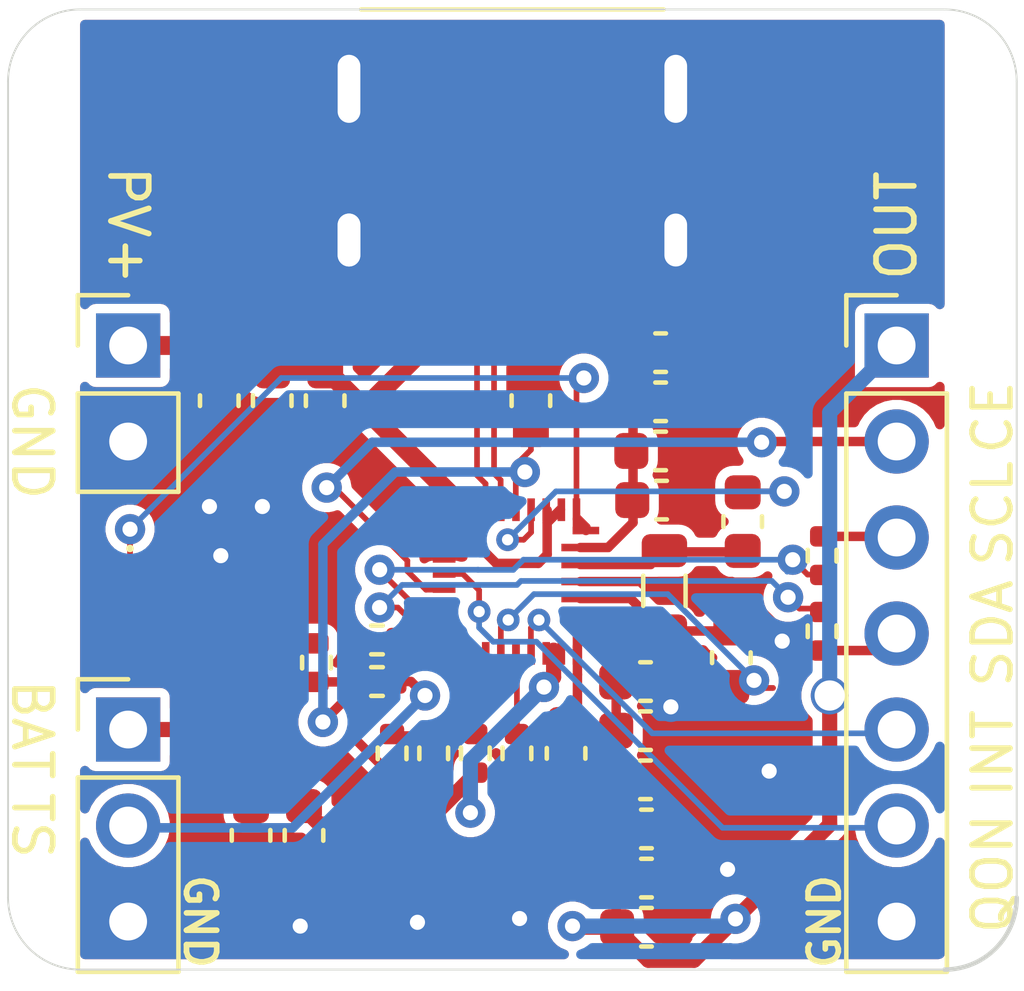
<source format=kicad_pcb>
(kicad_pcb (version 20171130) (host pcbnew "(5.1.10)-1")

  (general
    (thickness 1.6)
    (drawings 20)
    (tracks 233)
    (zones 0)
    (modules 35)
    (nets 33)
  )

  (page A4)
  (layers
    (0 F.Cu signal)
    (31 B.Cu signal)
    (32 B.Adhes user)
    (33 F.Adhes user)
    (34 B.Paste user)
    (35 F.Paste user)
    (36 B.SilkS user)
    (37 F.SilkS user)
    (38 B.Mask user)
    (39 F.Mask user)
    (40 Dwgs.User user hide)
    (41 Cmts.User user)
    (42 Eco1.User user)
    (43 Eco2.User user)
    (44 Edge.Cuts user)
    (45 Margin user)
    (46 B.CrtYd user hide)
    (47 F.CrtYd user hide)
    (48 B.Fab user hide)
    (49 F.Fab user hide)
  )

  (setup
    (last_trace_width 0.25)
    (trace_clearance 0.2)
    (zone_clearance 0.25)
    (zone_45_only no)
    (trace_min 0.15)
    (via_size 0.8)
    (via_drill 0.4)
    (via_min_size 0.6)
    (via_min_drill 0.3)
    (uvia_size 0.3)
    (uvia_drill 0.1)
    (uvias_allowed no)
    (uvia_min_size 0.3)
    (uvia_min_drill 0.1)
    (edge_width 0.05)
    (segment_width 0.2)
    (pcb_text_width 0.3)
    (pcb_text_size 1.5 1.5)
    (mod_edge_width 0.12)
    (mod_text_size 1 1)
    (mod_text_width 0.15)
    (pad_size 1.524 1.524)
    (pad_drill 0.762)
    (pad_to_mask_clearance 0)
    (aux_axis_origin 0 0)
    (visible_elements 7FFFFFFF)
    (pcbplotparams
      (layerselection 0x010fc_ffffffff)
      (usegerberextensions true)
      (usegerberattributes false)
      (usegerberadvancedattributes false)
      (creategerberjobfile false)
      (excludeedgelayer true)
      (linewidth 0.100000)
      (plotframeref false)
      (viasonmask false)
      (mode 1)
      (useauxorigin false)
      (hpglpennumber 1)
      (hpglpenspeed 20)
      (hpglpendiameter 15.000000)
      (psnegative false)
      (psa4output false)
      (plotreference true)
      (plotvalue false)
      (plotinvisibletext false)
      (padsonsilk false)
      (subtractmaskfromsilk true)
      (outputformat 1)
      (mirror false)
      (drillshape 0)
      (scaleselection 1)
      (outputdirectory "bq25798_gerber/"))
  )

  (net 0 "")
  (net 1 /GND)
  (net 2 /PV+)
  (net 3 /PMID)
  (net 4 /OUT)
  (net 5 /BAT)
  (net 6 /SDRV)
  (net 7 /REGN)
  (net 8 /SW1)
  (net 9 /BTST1)
  (net 10 /BTST2)
  (net 11 /SW2)
  (net 12 "Net-(D1-Pad2)")
  (net 13 /STAT)
  (net 14 /TS)
  (net 15 "Net-(J3-PadB8)")
  (net 16 "Net-(J3-PadA5)")
  (net 17 "Net-(J3-PadB7)")
  (net 18 "Net-(J3-PadB5)")
  (net 19 "Net-(J3-PadA8)")
  (net 20 "Net-(J3-PadB6)")
  (net 21 /USB_N)
  (net 22 /USB_P)
  (net 23 /QON)
  (net 24 /INT)
  (net 25 /SDA_OUT)
  (net 26 /SCL_OUT)
  (net 27 /CE)
  (net 28 /PROG)
  (net 29 /ILIM)
  (net 30 /SCL)
  (net 31 /SDA)
  (net 32 /BATP)

  (net_class Default "This is the default net class."
    (clearance 0.2)
    (trace_width 0.25)
    (via_dia 0.8)
    (via_drill 0.4)
    (uvia_dia 0.3)
    (uvia_drill 0.1)
    (add_net /BAT)
    (add_net /BATP)
    (add_net /BTST1)
    (add_net /BTST2)
    (add_net /CE)
    (add_net /GND)
    (add_net /ILIM)
    (add_net /INT)
    (add_net /OUT)
    (add_net /PMID)
    (add_net /PROG)
    (add_net /PV+)
    (add_net /QON)
    (add_net /REGN)
    (add_net /SCL)
    (add_net /SCL_OUT)
    (add_net /SDA)
    (add_net /SDA_OUT)
    (add_net /SDRV)
    (add_net /STAT)
    (add_net /SW1)
    (add_net /SW2)
    (add_net /TS)
    (add_net /USB_N)
    (add_net /USB_P)
    (add_net "Net-(D1-Pad2)")
    (add_net "Net-(J3-PadA5)")
    (add_net "Net-(J3-PadA8)")
    (add_net "Net-(J3-PadB5)")
    (add_net "Net-(J3-PadB6)")
    (add_net "Net-(J3-PadB7)")
    (add_net "Net-(J3-PadB8)")
  )

  (module HS2_parts:BQ25798 (layer F.Cu) (tedit 6199E8C4) (tstamp 619D8F7E)
    (at 92.805001 110.384999 270)
    (path /619A0F29)
    (fp_text reference U1 (at 0.2 0 90) (layer F.SilkS) hide
      (effects (font (size 1 1) (thickness 0.15)))
    )
    (fp_text value BQ25798 (at 0 1.9 90) (layer F.Fab) hide
      (effects (font (size 1 1) (thickness 0.15)))
    )
    (pad 16 smd rect (at 1.4 1.85) (size 0.7 0.2) (layers F.Cu F.Paste F.Mask)
      (net 14 /TS))
    (pad 9 smd rect (at -1.4 1.85) (size 0.7 0.2) (layers F.Cu F.Paste F.Mask)
      (net 2 /PV+))
    (pad 24 smd rect (at 1.35 -1.85) (size 0.7 0.2) (layers F.Cu F.Paste F.Mask)
      (net 6 /SDRV))
    (pad 1 smd rect (at -1.35 -1.85) (size 0.7 0.2) (layers F.Cu F.Paste F.Mask)
      (net 13 /STAT))
    (pad 29 smd rect (at -0.9 -1.7) (size 1 0.2) (layers F.Cu F.Paste F.Mask)
      (net 3 /PMID))
    (pad 28 smd rect (at -0.45 -1.7) (size 1 0.2) (layers F.Cu F.Paste F.Mask)
      (net 8 /SW1))
    (pad 27 smd rect (at 0 -1.7) (size 1 0.2) (layers F.Cu F.Paste F.Mask)
      (net 1 /GND))
    (pad 26 smd rect (at 0.45 -1.7) (size 1 0.2) (layers F.Cu F.Paste F.Mask)
      (net 11 /SW2))
    (pad 25 smd rect (at 0.9 -1.7) (size 1 0.2) (layers F.Cu F.Paste F.Mask)
      (net 4 /OUT))
    (pad 15 smd rect (at 1 1.9) (size 0.6 0.2) (layers F.Cu F.Paste F.Mask)
      (net 31 /SDA))
    (pad 14 smd rect (at 0.6 1.9) (size 0.6 0.2) (layers F.Cu F.Paste F.Mask)
      (net 30 /SCL))
    (pad 13 smd rect (at 0.2 1.9) (size 0.6 0.2) (layers F.Cu F.Paste F.Mask)
      (net 27 /CE))
    (pad 12 smd rect (at -0.2 1.9) (size 0.6 0.2) (layers F.Cu F.Paste F.Mask)
      (net 23 /QON))
    (pad 11 smd rect (at -0.6 1.9) (size 0.6 0.2) (layers F.Cu F.Paste F.Mask)
      (net 1 /GND))
    (pad 10 smd rect (at -1 1.9) (size 0.6 0.2) (layers F.Cu F.Paste F.Mask)
      (net 1 /GND))
    (pad 24 smd rect (at 1.725 -1.6 270) (size 0.95 0.2) (layers F.Cu F.Paste F.Mask)
      (net 6 /SDRV))
    (pad 23 smd rect (at 1.9 -1.2 270) (size 0.6 0.2) (layers F.Cu F.Paste F.Mask)
      (net 5 /BAT))
    (pad 22 smd rect (at 1.9 -0.8 270) (size 0.6 0.2) (layers F.Cu F.Paste F.Mask)
      (net 5 /BAT))
    (pad 21 smd rect (at 1.9 -0.4 270) (size 0.6 0.2) (layers F.Cu F.Paste F.Mask)
      (net 24 /INT))
    (pad 20 smd rect (at 1.9 0 270) (size 0.6 0.2) (layers F.Cu F.Paste F.Mask)
      (net 28 /PROG))
    (pad 20 smd rect (at 1.9 0 270) (size 0.6 0.2) (layers F.Cu F.Paste F.Mask)
      (net 28 /PROG))
    (pad 19 smd rect (at 1.9 0.4 270) (size 0.6 0.2) (layers F.Cu F.Paste F.Mask)
      (net 10 /BTST2))
    (pad 18 smd rect (at 1.9 0.8 270) (size 0.6 0.2) (layers F.Cu F.Paste F.Mask)
      (net 32 /BATP))
    (pad 17 smd rect (at 1.9 1.2 270) (size 0.6 0.2) (layers F.Cu F.Paste F.Mask)
      (net 29 /ILIM))
    (pad 16 smd rect (at 1.75 1.6 270) (size 0.9 0.2) (layers F.Cu F.Paste F.Mask)
      (net 14 /TS))
    (pad 9 smd rect (at -1.75 1.6 270) (size 0.9 0.2) (layers F.Cu F.Paste F.Mask)
      (net 2 /PV+))
    (pad 8 smd rect (at -1.9 1.2 270) (size 0.6 0.2) (layers F.Cu F.Paste F.Mask)
      (net 2 /PV+))
    (pad 7 smd rect (at -1.9 0.8 270) (size 0.6 0.2) (layers F.Cu F.Paste F.Mask)
      (net 21 /USB_N))
    (pad 6 smd rect (at -1.9 0.4 270) (size 0.6 0.2) (layers F.Cu F.Paste F.Mask)
      (net 22 /USB_P))
    (pad 5 smd rect (at -1.9 0 270) (size 0.6 0.2) (layers F.Cu F.Paste F.Mask)
      (net 7 /REGN))
    (pad 4 smd rect (at -1.9 -0.4 270) (size 0.6 0.2) (layers F.Cu F.Paste F.Mask)
      (net 9 /BTST1))
    (pad 3 smd rect (at -1.9 -0.8 270) (size 0.6 0.2) (layers F.Cu F.Paste F.Mask)
      (net 2 /PV+))
    (pad 2 smd rect (at -1.9 -1.2 270) (size 0.6 0.2) (layers F.Cu F.Paste F.Mask)
      (net 2 /PV+))
    (pad 1 smd rect (at -1.725 -1.6 270) (size 0.95 0.2) (layers F.Cu F.Paste F.Mask)
      (net 13 /STAT))
  )

  (module Resistor_SMD:R_0402_1005Metric (layer F.Cu) (tedit 5F68FEEE) (tstamp 619D8F58)
    (at 89.13 111.93 180)
    (descr "Resistor SMD 0402 (1005 Metric), square (rectangular) end terminal, IPC_7351 nominal, (Body size source: IPC-SM-782 page 72, https://www.pcb-3d.com/wordpress/wp-content/uploads/ipc-sm-782a_amendment_1_and_2.pdf), generated with kicad-footprint-generator")
    (tags resistor)
    (path /61A08A88)
    (attr smd)
    (fp_text reference R9 (at 0 -1.17) (layer Dwgs.User)
      (effects (font (size 1 1) (thickness 0.15)))
    )
    (fp_text value 30.31k (at 0 1.17) (layer F.Fab)
      (effects (font (size 1 1) (thickness 0.15)))
    )
    (fp_line (start -0.525 0.27) (end -0.525 -0.27) (layer F.Fab) (width 0.1))
    (fp_line (start -0.525 -0.27) (end 0.525 -0.27) (layer F.Fab) (width 0.1))
    (fp_line (start 0.525 -0.27) (end 0.525 0.27) (layer F.Fab) (width 0.1))
    (fp_line (start 0.525 0.27) (end -0.525 0.27) (layer F.Fab) (width 0.1))
    (fp_line (start -0.153641 -0.38) (end 0.153641 -0.38) (layer F.SilkS) (width 0.12))
    (fp_line (start -0.153641 0.38) (end 0.153641 0.38) (layer F.SilkS) (width 0.12))
    (fp_line (start -0.93 0.47) (end -0.93 -0.47) (layer F.CrtYd) (width 0.05))
    (fp_line (start -0.93 -0.47) (end 0.93 -0.47) (layer F.CrtYd) (width 0.05))
    (fp_line (start 0.93 -0.47) (end 0.93 0.47) (layer F.CrtYd) (width 0.05))
    (fp_line (start 0.93 0.47) (end -0.93 0.47) (layer F.CrtYd) (width 0.05))
    (fp_text user %R (at 0 0) (layer F.Fab)
      (effects (font (size 0.26 0.26) (thickness 0.04)))
    )
    (pad 2 smd roundrect (at 0.51 0 180) (size 0.54 0.64) (layers F.Cu F.Paste F.Mask) (roundrect_rratio 0.25)
      (net 1 /GND))
    (pad 1 smd roundrect (at -0.51 0 180) (size 0.54 0.64) (layers F.Cu F.Paste F.Mask) (roundrect_rratio 0.25)
      (net 14 /TS))
    (model ${KISYS3DMOD}/Resistor_SMD.3dshapes/R_0402_1005Metric.wrl
      (at (xyz 0 0 0))
      (scale (xyz 1 1 1))
      (rotate (xyz 0 0 0))
    )
  )

  (module Resistor_SMD:R_0402_1005Metric (layer F.Cu) (tedit 5F68FEEE) (tstamp 619D8F47)
    (at 89.13 113.03)
    (descr "Resistor SMD 0402 (1005 Metric), square (rectangular) end terminal, IPC_7351 nominal, (Body size source: IPC-SM-782 page 72, https://www.pcb-3d.com/wordpress/wp-content/uploads/ipc-sm-782a_amendment_1_and_2.pdf), generated with kicad-footprint-generator")
    (tags resistor)
    (path /61A07E55)
    (attr smd)
    (fp_text reference R8 (at 0 -1.17) (layer Dwgs.User)
      (effects (font (size 1 1) (thickness 0.15)))
    )
    (fp_text value 5.24k (at 0 1.17) (layer F.Fab)
      (effects (font (size 1 1) (thickness 0.15)))
    )
    (fp_line (start -0.525 0.27) (end -0.525 -0.27) (layer F.Fab) (width 0.1))
    (fp_line (start -0.525 -0.27) (end 0.525 -0.27) (layer F.Fab) (width 0.1))
    (fp_line (start 0.525 -0.27) (end 0.525 0.27) (layer F.Fab) (width 0.1))
    (fp_line (start 0.525 0.27) (end -0.525 0.27) (layer F.Fab) (width 0.1))
    (fp_line (start -0.153641 -0.38) (end 0.153641 -0.38) (layer F.SilkS) (width 0.12))
    (fp_line (start -0.153641 0.38) (end 0.153641 0.38) (layer F.SilkS) (width 0.12))
    (fp_line (start -0.93 0.47) (end -0.93 -0.47) (layer F.CrtYd) (width 0.05))
    (fp_line (start -0.93 -0.47) (end 0.93 -0.47) (layer F.CrtYd) (width 0.05))
    (fp_line (start 0.93 -0.47) (end 0.93 0.47) (layer F.CrtYd) (width 0.05))
    (fp_line (start 0.93 0.47) (end -0.93 0.47) (layer F.CrtYd) (width 0.05))
    (fp_text user %R (at 0 0) (layer F.Fab)
      (effects (font (size 0.26 0.26) (thickness 0.04)))
    )
    (pad 2 smd roundrect (at 0.51 0) (size 0.54 0.64) (layers F.Cu F.Paste F.Mask) (roundrect_rratio 0.25)
      (net 14 /TS))
    (pad 1 smd roundrect (at -0.51 0) (size 0.54 0.64) (layers F.Cu F.Paste F.Mask) (roundrect_rratio 0.25)
      (net 7 /REGN))
    (model ${KISYS3DMOD}/Resistor_SMD.3dshapes/R_0402_1005Metric.wrl
      (at (xyz 0 0 0))
      (scale (xyz 1 1 1))
      (rotate (xyz 0 0 0))
    )
  )

  (module Resistor_SMD:R_0402_1005Metric (layer F.Cu) (tedit 5F68FEEE) (tstamp 619D8F36)
    (at 87.53 112.53 90)
    (descr "Resistor SMD 0402 (1005 Metric), square (rectangular) end terminal, IPC_7351 nominal, (Body size source: IPC-SM-782 page 72, https://www.pcb-3d.com/wordpress/wp-content/uploads/ipc-sm-782a_amendment_1_and_2.pdf), generated with kicad-footprint-generator")
    (tags resistor)
    (path /61A0E3D3)
    (attr smd)
    (fp_text reference R7 (at 0 -1.17 90) (layer Dwgs.User)
      (effects (font (size 1 1) (thickness 0.15)))
    )
    (fp_text value 2.2k (at 0 1.17 90) (layer F.Fab)
      (effects (font (size 1 1) (thickness 0.15)))
    )
    (fp_line (start -0.525 0.27) (end -0.525 -0.27) (layer F.Fab) (width 0.1))
    (fp_line (start -0.525 -0.27) (end 0.525 -0.27) (layer F.Fab) (width 0.1))
    (fp_line (start 0.525 -0.27) (end 0.525 0.27) (layer F.Fab) (width 0.1))
    (fp_line (start 0.525 0.27) (end -0.525 0.27) (layer F.Fab) (width 0.1))
    (fp_line (start -0.153641 -0.38) (end 0.153641 -0.38) (layer F.SilkS) (width 0.12))
    (fp_line (start -0.153641 0.38) (end 0.153641 0.38) (layer F.SilkS) (width 0.12))
    (fp_line (start -0.93 0.47) (end -0.93 -0.47) (layer F.CrtYd) (width 0.05))
    (fp_line (start -0.93 -0.47) (end 0.93 -0.47) (layer F.CrtYd) (width 0.05))
    (fp_line (start 0.93 -0.47) (end 0.93 0.47) (layer F.CrtYd) (width 0.05))
    (fp_line (start 0.93 0.47) (end -0.93 0.47) (layer F.CrtYd) (width 0.05))
    (fp_text user %R (at 0 0 90) (layer F.Fab)
      (effects (font (size 0.26 0.26) (thickness 0.04)))
    )
    (pad 2 smd roundrect (at 0.51 0 90) (size 0.54 0.64) (layers F.Cu F.Paste F.Mask) (roundrect_rratio 0.25)
      (net 12 "Net-(D1-Pad2)"))
    (pad 1 smd roundrect (at -0.51 0 90) (size 0.54 0.64) (layers F.Cu F.Paste F.Mask) (roundrect_rratio 0.25)
      (net 7 /REGN))
    (model ${KISYS3DMOD}/Resistor_SMD.3dshapes/R_0402_1005Metric.wrl
      (at (xyz 0 0 0))
      (scale (xyz 1 1 1))
      (rotate (xyz 0 0 0))
    )
  )

  (module Resistor_SMD:R_0402_1005Metric (layer F.Cu) (tedit 5F68FEEE) (tstamp 619D8F25)
    (at 91.73 114.93 90)
    (descr "Resistor SMD 0402 (1005 Metric), square (rectangular) end terminal, IPC_7351 nominal, (Body size source: IPC-SM-782 page 72, https://www.pcb-3d.com/wordpress/wp-content/uploads/ipc-sm-782a_amendment_1_and_2.pdf), generated with kicad-footprint-generator")
    (tags resistor)
    (path /619AC776)
    (attr smd)
    (fp_text reference R6 (at 0 -1.17 90) (layer Dwgs.User)
      (effects (font (size 1 1) (thickness 0.15)))
    )
    (fp_text value 100 (at 0 1.17 90) (layer F.Fab)
      (effects (font (size 1 1) (thickness 0.15)))
    )
    (fp_line (start -0.525 0.27) (end -0.525 -0.27) (layer F.Fab) (width 0.1))
    (fp_line (start -0.525 -0.27) (end 0.525 -0.27) (layer F.Fab) (width 0.1))
    (fp_line (start 0.525 -0.27) (end 0.525 0.27) (layer F.Fab) (width 0.1))
    (fp_line (start 0.525 0.27) (end -0.525 0.27) (layer F.Fab) (width 0.1))
    (fp_line (start -0.153641 -0.38) (end 0.153641 -0.38) (layer F.SilkS) (width 0.12))
    (fp_line (start -0.153641 0.38) (end 0.153641 0.38) (layer F.SilkS) (width 0.12))
    (fp_line (start -0.93 0.47) (end -0.93 -0.47) (layer F.CrtYd) (width 0.05))
    (fp_line (start -0.93 -0.47) (end 0.93 -0.47) (layer F.CrtYd) (width 0.05))
    (fp_line (start 0.93 -0.47) (end 0.93 0.47) (layer F.CrtYd) (width 0.05))
    (fp_line (start 0.93 0.47) (end -0.93 0.47) (layer F.CrtYd) (width 0.05))
    (fp_text user %R (at 0 0 270) (layer F.Fab)
      (effects (font (size 0.26 0.26) (thickness 0.04)))
    )
    (pad 2 smd roundrect (at 0.51 0 90) (size 0.54 0.64) (layers F.Cu F.Paste F.Mask) (roundrect_rratio 0.25)
      (net 32 /BATP))
    (pad 1 smd roundrect (at -0.51 0 90) (size 0.54 0.64) (layers F.Cu F.Paste F.Mask) (roundrect_rratio 0.25)
      (net 5 /BAT))
    (model ${KISYS3DMOD}/Resistor_SMD.3dshapes/R_0402_1005Metric.wrl
      (at (xyz 0 0 0))
      (scale (xyz 1 1 1))
      (rotate (xyz 0 0 0))
    )
  )

  (module Resistor_SMD:R_0402_1005Metric (layer F.Cu) (tedit 5F68FEEE) (tstamp 619D8F14)
    (at 100.9 111.7 90)
    (descr "Resistor SMD 0402 (1005 Metric), square (rectangular) end terminal, IPC_7351 nominal, (Body size source: IPC-SM-782 page 72, https://www.pcb-3d.com/wordpress/wp-content/uploads/ipc-sm-782a_amendment_1_and_2.pdf), generated with kicad-footprint-generator")
    (tags resistor)
    (path /61A1F9CF)
    (attr smd)
    (fp_text reference R5 (at 0 -1.17 90) (layer Dwgs.User)
      (effects (font (size 1 1) (thickness 0.15)))
    )
    (fp_text value 10k (at 0 1.17 90) (layer F.Fab)
      (effects (font (size 1 1) (thickness 0.15)))
    )
    (fp_line (start -0.525 0.27) (end -0.525 -0.27) (layer F.Fab) (width 0.1))
    (fp_line (start -0.525 -0.27) (end 0.525 -0.27) (layer F.Fab) (width 0.1))
    (fp_line (start 0.525 -0.27) (end 0.525 0.27) (layer F.Fab) (width 0.1))
    (fp_line (start 0.525 0.27) (end -0.525 0.27) (layer F.Fab) (width 0.1))
    (fp_line (start -0.153641 -0.38) (end 0.153641 -0.38) (layer F.SilkS) (width 0.12))
    (fp_line (start -0.153641 0.38) (end 0.153641 0.38) (layer F.SilkS) (width 0.12))
    (fp_line (start -0.93 0.47) (end -0.93 -0.47) (layer F.CrtYd) (width 0.05))
    (fp_line (start -0.93 -0.47) (end 0.93 -0.47) (layer F.CrtYd) (width 0.05))
    (fp_line (start 0.93 -0.47) (end 0.93 0.47) (layer F.CrtYd) (width 0.05))
    (fp_line (start 0.93 0.47) (end -0.93 0.47) (layer F.CrtYd) (width 0.05))
    (fp_text user %R (at 0 0 90) (layer F.Fab)
      (effects (font (size 0.26 0.26) (thickness 0.04)))
    )
    (pad 2 smd roundrect (at 0.51 0 90) (size 0.54 0.64) (layers F.Cu F.Paste F.Mask) (roundrect_rratio 0.25)
      (net 31 /SDA))
    (pad 1 smd roundrect (at -0.51 0 90) (size 0.54 0.64) (layers F.Cu F.Paste F.Mask) (roundrect_rratio 0.25)
      (net 25 /SDA_OUT))
    (model ${KISYS3DMOD}/Resistor_SMD.3dshapes/R_0402_1005Metric.wrl
      (at (xyz 0 0 0))
      (scale (xyz 1 1 1))
      (rotate (xyz 0 0 0))
    )
  )

  (module Resistor_SMD:R_0402_1005Metric (layer F.Cu) (tedit 5F68FEEE) (tstamp 619D8F03)
    (at 100.9 109.7 270)
    (descr "Resistor SMD 0402 (1005 Metric), square (rectangular) end terminal, IPC_7351 nominal, (Body size source: IPC-SM-782 page 72, https://www.pcb-3d.com/wordpress/wp-content/uploads/ipc-sm-782a_amendment_1_and_2.pdf), generated with kicad-footprint-generator")
    (tags resistor)
    (path /61A1F47A)
    (attr smd)
    (fp_text reference R4 (at 0 -1.17 90) (layer Dwgs.User)
      (effects (font (size 1 1) (thickness 0.15)))
    )
    (fp_text value 10k (at 0 1.17 90) (layer F.Fab)
      (effects (font (size 1 1) (thickness 0.15)))
    )
    (fp_line (start -0.525 0.27) (end -0.525 -0.27) (layer F.Fab) (width 0.1))
    (fp_line (start -0.525 -0.27) (end 0.525 -0.27) (layer F.Fab) (width 0.1))
    (fp_line (start 0.525 -0.27) (end 0.525 0.27) (layer F.Fab) (width 0.1))
    (fp_line (start 0.525 0.27) (end -0.525 0.27) (layer F.Fab) (width 0.1))
    (fp_line (start -0.153641 -0.38) (end 0.153641 -0.38) (layer F.SilkS) (width 0.12))
    (fp_line (start -0.153641 0.38) (end 0.153641 0.38) (layer F.SilkS) (width 0.12))
    (fp_line (start -0.93 0.47) (end -0.93 -0.47) (layer F.CrtYd) (width 0.05))
    (fp_line (start -0.93 -0.47) (end 0.93 -0.47) (layer F.CrtYd) (width 0.05))
    (fp_line (start 0.93 -0.47) (end 0.93 0.47) (layer F.CrtYd) (width 0.05))
    (fp_line (start 0.93 0.47) (end -0.93 0.47) (layer F.CrtYd) (width 0.05))
    (fp_text user %R (at 0 0 90) (layer F.Fab)
      (effects (font (size 0.26 0.26) (thickness 0.04)))
    )
    (pad 2 smd roundrect (at 0.51 0 270) (size 0.54 0.64) (layers F.Cu F.Paste F.Mask) (roundrect_rratio 0.25)
      (net 30 /SCL))
    (pad 1 smd roundrect (at -0.51 0 270) (size 0.54 0.64) (layers F.Cu F.Paste F.Mask) (roundrect_rratio 0.25)
      (net 26 /SCL_OUT))
    (model ${KISYS3DMOD}/Resistor_SMD.3dshapes/R_0402_1005Metric.wrl
      (at (xyz 0 0 0))
      (scale (xyz 1 1 1))
      (rotate (xyz 0 0 0))
    )
  )

  (module Resistor_SMD:R_0402_1005Metric (layer F.Cu) (tedit 5F68FEEE) (tstamp 619D8EF2)
    (at 90.63 114.93 270)
    (descr "Resistor SMD 0402 (1005 Metric), square (rectangular) end terminal, IPC_7351 nominal, (Body size source: IPC-SM-782 page 72, https://www.pcb-3d.com/wordpress/wp-content/uploads/ipc-sm-782a_amendment_1_and_2.pdf), generated with kicad-footprint-generator")
    (tags resistor)
    (path /61A0EBFE)
    (attr smd)
    (fp_text reference R3 (at 0 -1.17 90) (layer Dwgs.User)
      (effects (font (size 1 1) (thickness 0.15)))
    )
    (fp_text value 100k (at 0 1.17 90) (layer F.Fab)
      (effects (font (size 1 1) (thickness 0.15)))
    )
    (fp_line (start -0.525 0.27) (end -0.525 -0.27) (layer F.Fab) (width 0.1))
    (fp_line (start -0.525 -0.27) (end 0.525 -0.27) (layer F.Fab) (width 0.1))
    (fp_line (start 0.525 -0.27) (end 0.525 0.27) (layer F.Fab) (width 0.1))
    (fp_line (start 0.525 0.27) (end -0.525 0.27) (layer F.Fab) (width 0.1))
    (fp_line (start -0.153641 -0.38) (end 0.153641 -0.38) (layer F.SilkS) (width 0.12))
    (fp_line (start -0.153641 0.38) (end 0.153641 0.38) (layer F.SilkS) (width 0.12))
    (fp_line (start -0.93 0.47) (end -0.93 -0.47) (layer F.CrtYd) (width 0.05))
    (fp_line (start -0.93 -0.47) (end 0.93 -0.47) (layer F.CrtYd) (width 0.05))
    (fp_line (start 0.93 -0.47) (end 0.93 0.47) (layer F.CrtYd) (width 0.05))
    (fp_line (start 0.93 0.47) (end -0.93 0.47) (layer F.CrtYd) (width 0.05))
    (fp_text user %R (at 0 0 90) (layer F.Fab)
      (effects (font (size 0.26 0.26) (thickness 0.04)))
    )
    (pad 2 smd roundrect (at 0.51 0 270) (size 0.54 0.64) (layers F.Cu F.Paste F.Mask) (roundrect_rratio 0.25)
      (net 1 /GND))
    (pad 1 smd roundrect (at -0.51 0 270) (size 0.54 0.64) (layers F.Cu F.Paste F.Mask) (roundrect_rratio 0.25)
      (net 29 /ILIM))
    (model ${KISYS3DMOD}/Resistor_SMD.3dshapes/R_0402_1005Metric.wrl
      (at (xyz 0 0 0))
      (scale (xyz 1 1 1))
      (rotate (xyz 0 0 0))
    )
  )

  (module Resistor_SMD:R_0402_1005Metric (layer F.Cu) (tedit 5F68FEEE) (tstamp 619D8EE1)
    (at 89.53 114.93 90)
    (descr "Resistor SMD 0402 (1005 Metric), square (rectangular) end terminal, IPC_7351 nominal, (Body size source: IPC-SM-782 page 72, https://www.pcb-3d.com/wordpress/wp-content/uploads/ipc-sm-782a_amendment_1_and_2.pdf), generated with kicad-footprint-generator")
    (tags resistor)
    (path /61A0E71D)
    (attr smd)
    (fp_text reference R2 (at 0 -1.17 90) (layer Dwgs.User)
      (effects (font (size 1 1) (thickness 0.15)))
    )
    (fp_text value 127k (at 0 1.17 90) (layer F.Fab)
      (effects (font (size 1 1) (thickness 0.15)))
    )
    (fp_line (start -0.525 0.27) (end -0.525 -0.27) (layer F.Fab) (width 0.1))
    (fp_line (start -0.525 -0.27) (end 0.525 -0.27) (layer F.Fab) (width 0.1))
    (fp_line (start 0.525 -0.27) (end 0.525 0.27) (layer F.Fab) (width 0.1))
    (fp_line (start 0.525 0.27) (end -0.525 0.27) (layer F.Fab) (width 0.1))
    (fp_line (start -0.153641 -0.38) (end 0.153641 -0.38) (layer F.SilkS) (width 0.12))
    (fp_line (start -0.153641 0.38) (end 0.153641 0.38) (layer F.SilkS) (width 0.12))
    (fp_line (start -0.93 0.47) (end -0.93 -0.47) (layer F.CrtYd) (width 0.05))
    (fp_line (start -0.93 -0.47) (end 0.93 -0.47) (layer F.CrtYd) (width 0.05))
    (fp_line (start 0.93 -0.47) (end 0.93 0.47) (layer F.CrtYd) (width 0.05))
    (fp_line (start 0.93 0.47) (end -0.93 0.47) (layer F.CrtYd) (width 0.05))
    (fp_text user %R (at 0 0 90) (layer F.Fab)
      (effects (font (size 0.26 0.26) (thickness 0.04)))
    )
    (pad 2 smd roundrect (at 0.51 0 90) (size 0.54 0.64) (layers F.Cu F.Paste F.Mask) (roundrect_rratio 0.25)
      (net 29 /ILIM))
    (pad 1 smd roundrect (at -0.51 0 90) (size 0.54 0.64) (layers F.Cu F.Paste F.Mask) (roundrect_rratio 0.25)
      (net 7 /REGN))
    (model ${KISYS3DMOD}/Resistor_SMD.3dshapes/R_0402_1005Metric.wrl
      (at (xyz 0 0 0))
      (scale (xyz 1 1 1))
      (rotate (xyz 0 0 0))
    )
  )

  (module Resistor_SMD:R_0402_1005Metric (layer F.Cu) (tedit 5F68FEEE) (tstamp 619D8ED0)
    (at 92.83 114.93 270)
    (descr "Resistor SMD 0402 (1005 Metric), square (rectangular) end terminal, IPC_7351 nominal, (Body size source: IPC-SM-782 page 72, https://www.pcb-3d.com/wordpress/wp-content/uploads/ipc-sm-782a_amendment_1_and_2.pdf), generated with kicad-footprint-generator")
    (tags resistor)
    (path /61A12804)
    (attr smd)
    (fp_text reference R1 (at 0 -1.17 90) (layer Dwgs.User)
      (effects (font (size 1 1) (thickness 0.15)))
    )
    (fp_text value 6.04k (at 0 1.17 90) (layer F.Fab)
      (effects (font (size 1 1) (thickness 0.15)))
    )
    (fp_line (start -0.525 0.27) (end -0.525 -0.27) (layer F.Fab) (width 0.1))
    (fp_line (start -0.525 -0.27) (end 0.525 -0.27) (layer F.Fab) (width 0.1))
    (fp_line (start 0.525 -0.27) (end 0.525 0.27) (layer F.Fab) (width 0.1))
    (fp_line (start 0.525 0.27) (end -0.525 0.27) (layer F.Fab) (width 0.1))
    (fp_line (start -0.153641 -0.38) (end 0.153641 -0.38) (layer F.SilkS) (width 0.12))
    (fp_line (start -0.153641 0.38) (end 0.153641 0.38) (layer F.SilkS) (width 0.12))
    (fp_line (start -0.93 0.47) (end -0.93 -0.47) (layer F.CrtYd) (width 0.05))
    (fp_line (start -0.93 -0.47) (end 0.93 -0.47) (layer F.CrtYd) (width 0.05))
    (fp_line (start 0.93 -0.47) (end 0.93 0.47) (layer F.CrtYd) (width 0.05))
    (fp_line (start 0.93 0.47) (end -0.93 0.47) (layer F.CrtYd) (width 0.05))
    (fp_text user %R (at 0 0 90) (layer F.Fab)
      (effects (font (size 0.26 0.26) (thickness 0.04)))
    )
    (pad 2 smd roundrect (at 0.51 0 270) (size 0.54 0.64) (layers F.Cu F.Paste F.Mask) (roundrect_rratio 0.25)
      (net 1 /GND))
    (pad 1 smd roundrect (at -0.51 0 270) (size 0.54 0.64) (layers F.Cu F.Paste F.Mask) (roundrect_rratio 0.25)
      (net 28 /PROG))
    (model ${KISYS3DMOD}/Resistor_SMD.3dshapes/R_0402_1005Metric.wrl
      (at (xyz 0 0 0))
      (scale (xyz 1 1 1))
      (rotate (xyz 0 0 0))
    )
  )

  (module Inductor_SMD:L_0805_2012Metric (layer F.Cu) (tedit 5F68FEF0) (tstamp 619D8EBF)
    (at 96.73 110.63 270)
    (descr "Inductor SMD 0805 (2012 Metric), square (rectangular) end terminal, IPC_7351 nominal, (Body size source: IPC-SM-782 page 80, https://www.pcb-3d.com/wordpress/wp-content/uploads/ipc-sm-782a_amendment_1_and_2.pdf), generated with kicad-footprint-generator")
    (tags inductor)
    (path /619D9885)
    (attr smd)
    (fp_text reference L1 (at 0 -1.55 90) (layer Dwgs.User)
      (effects (font (size 1 1) (thickness 0.15)))
    )
    (fp_text value 1.0uH (at 0 1.55 90) (layer F.Fab)
      (effects (font (size 1 1) (thickness 0.15)))
    )
    (fp_line (start -1 0.45) (end -1 -0.45) (layer F.Fab) (width 0.1))
    (fp_line (start -1 -0.45) (end 1 -0.45) (layer F.Fab) (width 0.1))
    (fp_line (start 1 -0.45) (end 1 0.45) (layer F.Fab) (width 0.1))
    (fp_line (start 1 0.45) (end -1 0.45) (layer F.Fab) (width 0.1))
    (fp_line (start -0.399622 -0.56) (end 0.399622 -0.56) (layer F.SilkS) (width 0.12))
    (fp_line (start -0.399622 0.56) (end 0.399622 0.56) (layer F.SilkS) (width 0.12))
    (fp_line (start -1.75 0.85) (end -1.75 -0.85) (layer F.CrtYd) (width 0.05))
    (fp_line (start -1.75 -0.85) (end 1.75 -0.85) (layer F.CrtYd) (width 0.05))
    (fp_line (start 1.75 -0.85) (end 1.75 0.85) (layer F.CrtYd) (width 0.05))
    (fp_line (start 1.75 0.85) (end -1.75 0.85) (layer F.CrtYd) (width 0.05))
    (fp_text user %R (at 0 0 90) (layer F.Fab)
      (effects (font (size 0.5 0.5) (thickness 0.08)))
    )
    (pad 2 smd roundrect (at 1.0625 0 270) (size 0.875 1.2) (layers F.Cu F.Paste F.Mask) (roundrect_rratio 0.25)
      (net 11 /SW2))
    (pad 1 smd roundrect (at -1.0625 0 270) (size 0.875 1.2) (layers F.Cu F.Paste F.Mask) (roundrect_rratio 0.25)
      (net 8 /SW1))
    (model ${KISYS3DMOD}/Inductor_SMD.3dshapes/L_0805_2012Metric.wrl
      (at (xyz 0 0 0))
      (scale (xyz 1 1 1))
      (rotate (xyz 0 0 0))
    )
  )

  (module Connector_PinHeader_2.54mm:PinHeader_1x07_P2.54mm_Vertical (layer F.Cu) (tedit 59FED5CC) (tstamp 619D8EAE)
    (at 102.87 104.14)
    (descr "Through hole straight pin header, 1x07, 2.54mm pitch, single row")
    (tags "Through hole pin header THT 1x07 2.54mm single row")
    (path /61A227D8)
    (fp_text reference J4 (at 0 -2.33) (layer Dwgs.User)
      (effects (font (size 1 1) (thickness 0.15)))
    )
    (fp_text value "1x7 2.54mm Pin Header" (at 0 17.57) (layer F.Fab)
      (effects (font (size 1 1) (thickness 0.15)))
    )
    (fp_line (start -0.635 -1.27) (end 1.27 -1.27) (layer F.Fab) (width 0.1))
    (fp_line (start 1.27 -1.27) (end 1.27 16.51) (layer F.Fab) (width 0.1))
    (fp_line (start 1.27 16.51) (end -1.27 16.51) (layer F.Fab) (width 0.1))
    (fp_line (start -1.27 16.51) (end -1.27 -0.635) (layer F.Fab) (width 0.1))
    (fp_line (start -1.27 -0.635) (end -0.635 -1.27) (layer F.Fab) (width 0.1))
    (fp_line (start -1.33 16.57) (end 1.33 16.57) (layer F.SilkS) (width 0.12))
    (fp_line (start -1.33 1.27) (end -1.33 16.57) (layer F.SilkS) (width 0.12))
    (fp_line (start 1.33 1.27) (end 1.33 16.57) (layer F.SilkS) (width 0.12))
    (fp_line (start -1.33 1.27) (end 1.33 1.27) (layer F.SilkS) (width 0.12))
    (fp_line (start -1.33 0) (end -1.33 -1.33) (layer F.SilkS) (width 0.12))
    (fp_line (start -1.33 -1.33) (end 0 -1.33) (layer F.SilkS) (width 0.12))
    (fp_line (start -1.8 -1.8) (end -1.8 17.05) (layer F.CrtYd) (width 0.05))
    (fp_line (start -1.8 17.05) (end 1.8 17.05) (layer F.CrtYd) (width 0.05))
    (fp_line (start 1.8 17.05) (end 1.8 -1.8) (layer F.CrtYd) (width 0.05))
    (fp_line (start 1.8 -1.8) (end -1.8 -1.8) (layer F.CrtYd) (width 0.05))
    (fp_text user %R (at 0 7.62 90) (layer F.Fab)
      (effects (font (size 1 1) (thickness 0.15)))
    )
    (pad 7 thru_hole oval (at 0 15.24) (size 1.7 1.7) (drill 1) (layers *.Cu *.Mask)
      (net 1 /GND))
    (pad 6 thru_hole oval (at 0 12.7) (size 1.7 1.7) (drill 1) (layers *.Cu *.Mask)
      (net 23 /QON))
    (pad 5 thru_hole oval (at 0 10.16) (size 1.7 1.7) (drill 1) (layers *.Cu *.Mask)
      (net 24 /INT))
    (pad 4 thru_hole oval (at 0 7.62) (size 1.7 1.7) (drill 1) (layers *.Cu *.Mask)
      (net 25 /SDA_OUT))
    (pad 3 thru_hole oval (at 0 5.08) (size 1.7 1.7) (drill 1) (layers *.Cu *.Mask)
      (net 26 /SCL_OUT))
    (pad 2 thru_hole oval (at 0 2.54) (size 1.7 1.7) (drill 1) (layers *.Cu *.Mask)
      (net 27 /CE))
    (pad 1 thru_hole rect (at 0 0) (size 1.7 1.7) (drill 1) (layers *.Cu *.Mask)
      (net 4 /OUT))
    (model ${KISYS3DMOD}/Connector_PinHeader_2.54mm.3dshapes/PinHeader_1x07_P2.54mm_Vertical.wrl
      (at (xyz 0 0 0))
      (scale (xyz 1 1 1))
      (rotate (xyz 0 0 0))
    )
  )

  (module HS2_parts:USB-C (layer F.Cu) (tedit 619D5428) (tstamp 619D8E93)
    (at 92.71 95.25 180)
    (descr https://www.molex.com/pdm_docs/sd/2171790001_sd.pdf)
    (path /61A4AB83)
    (fp_text reference J3 (at 0.6 -2.975) (layer F.SilkS) hide
      (effects (font (size 1 1) (thickness 0.15)))
    )
    (fp_text value Molex_USB_C (at 0.2 -4.675) (layer F.Fab) hide
      (effects (font (size 1 1) (thickness 0.15)))
    )
    (fp_line (start -4 0) (end 4 0) (layer F.SilkS) (width 0.12))
    (pad A4 smd rect (at 2.4 -6.675 180) (size 0.6 1.15) (layers F.Cu F.Paste F.Mask)
      (net 2 /PV+))
    (pad A4 smd rect (at -2.4 -6.675 180) (size 0.6 1.15) (layers F.Cu F.Paste F.Mask)
      (net 2 /PV+))
    (pad A1 smd rect (at -3.2 -6.675 180) (size 0.6 1.15) (layers F.Cu F.Paste F.Mask)
      (net 1 /GND))
    (pad A1 smd rect (at 3.2 -6.675 180) (size 0.6 1.15) (layers F.Cu F.Paste F.Mask)
      (net 1 /GND))
    (pad B8 smd rect (at -1.75 -6.675 180) (size 0.3 1.15) (layers F.Cu F.Paste F.Mask)
      (net 15 "Net-(J3-PadB8)"))
    (pad A5 smd rect (at -1.25 -6.675 180) (size 0.3 1.15) (layers F.Cu F.Paste F.Mask)
      (net 16 "Net-(J3-PadA5)"))
    (pad B7 smd rect (at -0.75 -6.675 180) (size 0.3 1.15) (layers F.Cu F.Paste F.Mask)
      (net 17 "Net-(J3-PadB7)"))
    (pad B5 smd rect (at 1.75 -6.675 180) (size 0.3 1.15) (layers F.Cu F.Paste F.Mask)
      (net 18 "Net-(J3-PadB5)"))
    (pad A8 smd rect (at 1.25 -6.675 180) (size 0.3 1.15) (layers F.Cu F.Paste F.Mask)
      (net 19 "Net-(J3-PadA8)"))
    (pad B6 smd rect (at 0.75 -6.675 180) (size 0.3 1.15) (layers F.Cu F.Paste F.Mask)
      (net 20 "Net-(J3-PadB6)"))
    (pad A7 smd rect (at 0.25 -6.675 180) (size 0.3 1.15) (layers F.Cu F.Paste F.Mask)
      (net 21 /USB_N))
    (pad A6 smd rect (at -0.25 -6.675 180) (size 0.3 1.15) (layers F.Cu F.Paste F.Mask)
      (net 22 /USB_P))
    (pad A1 thru_hole oval (at 4.32 -2.1 180) (size 1 2.2) (drill oval 0.6 1.8) (layers *.Cu *.Mask)
      (net 1 /GND))
    (pad A1 thru_hole oval (at -4.32 -2.1 180) (size 1 2.2) (drill oval 0.6 1.8) (layers *.Cu *.Mask)
      (net 1 /GND))
    (pad A1 thru_hole oval (at 4.32 -6.1 180) (size 1 1.8) (drill oval 0.6 1.4) (layers *.Cu *.Mask)
      (net 1 /GND))
    (pad A1 thru_hole oval (at 4.32 -6.1 180) (size 1 1.8) (drill oval 0.6 1.4) (layers *.Cu *.Mask)
      (net 1 /GND))
    (pad A1 thru_hole oval (at -4.32 -6.1 180) (size 1 1.8) (drill oval 0.6 1.4) (layers *.Cu *.Mask)
      (net 1 /GND))
  )

  (module Connector_PinHeader_2.54mm:PinHeader_1x03_P2.54mm_Vertical (layer F.Cu) (tedit 59FED5CC) (tstamp 619D8E7D)
    (at 82.55 114.3)
    (descr "Through hole straight pin header, 1x03, 2.54mm pitch, single row")
    (tags "Through hole pin header THT 1x03 2.54mm single row")
    (path /61A37490)
    (fp_text reference J2 (at 0 -2.33) (layer Dwgs.User)
      (effects (font (size 1 1) (thickness 0.15)))
    )
    (fp_text value "1x3 2.54mm Pin Header" (at 0 7.41) (layer F.Fab)
      (effects (font (size 1 1) (thickness 0.15)))
    )
    (fp_line (start -0.635 -1.27) (end 1.27 -1.27) (layer F.Fab) (width 0.1))
    (fp_line (start 1.27 -1.27) (end 1.27 6.35) (layer F.Fab) (width 0.1))
    (fp_line (start 1.27 6.35) (end -1.27 6.35) (layer F.Fab) (width 0.1))
    (fp_line (start -1.27 6.35) (end -1.27 -0.635) (layer F.Fab) (width 0.1))
    (fp_line (start -1.27 -0.635) (end -0.635 -1.27) (layer F.Fab) (width 0.1))
    (fp_line (start -1.33 6.41) (end 1.33 6.41) (layer F.SilkS) (width 0.12))
    (fp_line (start -1.33 1.27) (end -1.33 6.41) (layer F.SilkS) (width 0.12))
    (fp_line (start 1.33 1.27) (end 1.33 6.41) (layer F.SilkS) (width 0.12))
    (fp_line (start -1.33 1.27) (end 1.33 1.27) (layer F.SilkS) (width 0.12))
    (fp_line (start -1.33 0) (end -1.33 -1.33) (layer F.SilkS) (width 0.12))
    (fp_line (start -1.33 -1.33) (end 0 -1.33) (layer F.SilkS) (width 0.12))
    (fp_line (start -1.8 -1.8) (end -1.8 6.85) (layer F.CrtYd) (width 0.05))
    (fp_line (start -1.8 6.85) (end 1.8 6.85) (layer F.CrtYd) (width 0.05))
    (fp_line (start 1.8 6.85) (end 1.8 -1.8) (layer F.CrtYd) (width 0.05))
    (fp_line (start 1.8 -1.8) (end -1.8 -1.8) (layer F.CrtYd) (width 0.05))
    (fp_text user %R (at 0 2.54 90) (layer F.Fab)
      (effects (font (size 1 1) (thickness 0.15)))
    )
    (pad 3 thru_hole oval (at 0 5.08) (size 1.7 1.7) (drill 1) (layers *.Cu *.Mask)
      (net 1 /GND))
    (pad 2 thru_hole oval (at 0 2.54) (size 1.7 1.7) (drill 1) (layers *.Cu *.Mask)
      (net 14 /TS))
    (pad 1 thru_hole rect (at 0 0) (size 1.7 1.7) (drill 1) (layers *.Cu *.Mask)
      (net 5 /BAT))
    (model ${KISYS3DMOD}/Connector_PinHeader_2.54mm.3dshapes/PinHeader_1x03_P2.54mm_Vertical.wrl
      (at (xyz 0 0 0))
      (scale (xyz 1 1 1))
      (rotate (xyz 0 0 0))
    )
  )

  (module Connector_PinHeader_2.54mm:PinHeader_1x02_P2.54mm_Vertical (layer F.Cu) (tedit 59FED5CC) (tstamp 619D8E66)
    (at 82.55 104.14)
    (descr "Through hole straight pin header, 1x02, 2.54mm pitch, single row")
    (tags "Through hole pin header THT 1x02 2.54mm single row")
    (path /61A36B21)
    (fp_text reference J1 (at 0 -2.33) (layer Dwgs.User)
      (effects (font (size 1 1) (thickness 0.15)))
    )
    (fp_text value "1x2 2.54mm Pin Header" (at 0 4.87) (layer F.Fab)
      (effects (font (size 1 1) (thickness 0.15)))
    )
    (fp_line (start -0.635 -1.27) (end 1.27 -1.27) (layer F.Fab) (width 0.1))
    (fp_line (start 1.27 -1.27) (end 1.27 3.81) (layer F.Fab) (width 0.1))
    (fp_line (start 1.27 3.81) (end -1.27 3.81) (layer F.Fab) (width 0.1))
    (fp_line (start -1.27 3.81) (end -1.27 -0.635) (layer F.Fab) (width 0.1))
    (fp_line (start -1.27 -0.635) (end -0.635 -1.27) (layer F.Fab) (width 0.1))
    (fp_line (start -1.33 3.87) (end 1.33 3.87) (layer F.SilkS) (width 0.12))
    (fp_line (start -1.33 1.27) (end -1.33 3.87) (layer F.SilkS) (width 0.12))
    (fp_line (start 1.33 1.27) (end 1.33 3.87) (layer F.SilkS) (width 0.12))
    (fp_line (start -1.33 1.27) (end 1.33 1.27) (layer F.SilkS) (width 0.12))
    (fp_line (start -1.33 0) (end -1.33 -1.33) (layer F.SilkS) (width 0.12))
    (fp_line (start -1.33 -1.33) (end 0 -1.33) (layer F.SilkS) (width 0.12))
    (fp_line (start -1.8 -1.8) (end -1.8 4.35) (layer F.CrtYd) (width 0.05))
    (fp_line (start -1.8 4.35) (end 1.8 4.35) (layer F.CrtYd) (width 0.05))
    (fp_line (start 1.8 4.35) (end 1.8 -1.8) (layer F.CrtYd) (width 0.05))
    (fp_line (start 1.8 -1.8) (end -1.8 -1.8) (layer F.CrtYd) (width 0.05))
    (fp_text user %R (at 0 1.27 90) (layer F.Fab)
      (effects (font (size 1 1) (thickness 0.15)))
    )
    (pad 2 thru_hole oval (at 0 2.54) (size 1.7 1.7) (drill 1) (layers *.Cu *.Mask)
      (net 1 /GND))
    (pad 1 thru_hole rect (at 0 0) (size 1.7 1.7) (drill 1) (layers *.Cu *.Mask)
      (net 2 /PV+))
    (model ${KISYS3DMOD}/Connector_PinHeader_2.54mm.3dshapes/PinHeader_1x02_P2.54mm_Vertical.wrl
      (at (xyz 0 0 0))
      (scale (xyz 1 1 1))
      (rotate (xyz 0 0 0))
    )
  )

  (module LED_SMD:LED_0402_1005Metric (layer F.Cu) (tedit 5F68FEF1) (tstamp 619D8E50)
    (at 82.6 110.6 270)
    (descr "LED SMD 0402 (1005 Metric), square (rectangular) end terminal, IPC_7351 nominal, (Body size source: http://www.tortai-tech.com/upload/download/2011102023233369053.pdf), generated with kicad-footprint-generator")
    (tags LED)
    (path /61A10BAC)
    (attr smd)
    (fp_text reference D1 (at 0 -1.17 90) (layer Dwgs.User)
      (effects (font (size 1 1) (thickness 0.15)))
    )
    (fp_text value LED (at 0 1.17 90) (layer F.Fab)
      (effects (font (size 1 1) (thickness 0.15)))
    )
    (fp_circle (center -1.09 0) (end -1.04 0) (layer F.SilkS) (width 0.1))
    (fp_line (start -0.5 0.25) (end -0.5 -0.25) (layer F.Fab) (width 0.1))
    (fp_line (start -0.5 -0.25) (end 0.5 -0.25) (layer F.Fab) (width 0.1))
    (fp_line (start 0.5 -0.25) (end 0.5 0.25) (layer F.Fab) (width 0.1))
    (fp_line (start 0.5 0.25) (end -0.5 0.25) (layer F.Fab) (width 0.1))
    (fp_line (start -0.4 0.25) (end -0.4 -0.25) (layer F.Fab) (width 0.1))
    (fp_line (start -0.3 0.25) (end -0.3 -0.25) (layer F.Fab) (width 0.1))
    (fp_line (start -0.93 0.47) (end -0.93 -0.47) (layer F.CrtYd) (width 0.05))
    (fp_line (start -0.93 -0.47) (end 0.93 -0.47) (layer F.CrtYd) (width 0.05))
    (fp_line (start 0.93 -0.47) (end 0.93 0.47) (layer F.CrtYd) (width 0.05))
    (fp_line (start 0.93 0.47) (end -0.93 0.47) (layer F.CrtYd) (width 0.05))
    (fp_text user %R (at 0 0 90) (layer F.Fab)
      (effects (font (size 0.25 0.25) (thickness 0.04)))
    )
    (pad 2 smd roundrect (at 0.485 0 270) (size 0.59 0.64) (layers F.Cu F.Paste F.Mask) (roundrect_rratio 0.25)
      (net 12 "Net-(D1-Pad2)"))
    (pad 1 smd roundrect (at -0.485 0 270) (size 0.59 0.64) (layers F.Cu F.Paste F.Mask) (roundrect_rratio 0.25)
      (net 13 /STAT))
    (model ${KISYS3DMOD}/LED_SMD.3dshapes/LED_0402_1005Metric.wrl
      (at (xyz 0 0 0))
      (scale (xyz 1 1 1))
      (rotate (xyz 0 0 0))
    )
  )

  (module Capacitor_SMD:C_0603_1608Metric (layer F.Cu) (tedit 5F68FEEE) (tstamp 619D8E3E)
    (at 98.5 112.4 270)
    (descr "Capacitor SMD 0603 (1608 Metric), square (rectangular) end terminal, IPC_7351 nominal, (Body size source: IPC-SM-782 page 76, https://www.pcb-3d.com/wordpress/wp-content/uploads/ipc-sm-782a_amendment_1_and_2.pdf), generated with kicad-footprint-generator")
    (tags capacitor)
    (path /619D669A)
    (attr smd)
    (fp_text reference C19 (at 0 -1.43 90) (layer Dwgs.User)
      (effects (font (size 1 1) (thickness 0.15)))
    )
    (fp_text value 47nF (at 0 1.43 90) (layer F.Fab)
      (effects (font (size 1 1) (thickness 0.15)))
    )
    (fp_line (start -0.8 0.4) (end -0.8 -0.4) (layer F.Fab) (width 0.1))
    (fp_line (start -0.8 -0.4) (end 0.8 -0.4) (layer F.Fab) (width 0.1))
    (fp_line (start 0.8 -0.4) (end 0.8 0.4) (layer F.Fab) (width 0.1))
    (fp_line (start 0.8 0.4) (end -0.8 0.4) (layer F.Fab) (width 0.1))
    (fp_line (start -0.14058 -0.51) (end 0.14058 -0.51) (layer F.SilkS) (width 0.12))
    (fp_line (start -0.14058 0.51) (end 0.14058 0.51) (layer F.SilkS) (width 0.12))
    (fp_line (start -1.48 0.73) (end -1.48 -0.73) (layer F.CrtYd) (width 0.05))
    (fp_line (start -1.48 -0.73) (end 1.48 -0.73) (layer F.CrtYd) (width 0.05))
    (fp_line (start 1.48 -0.73) (end 1.48 0.73) (layer F.CrtYd) (width 0.05))
    (fp_line (start 1.48 0.73) (end -1.48 0.73) (layer F.CrtYd) (width 0.05))
    (fp_text user %R (at 0 0 90) (layer F.Fab)
      (effects (font (size 0.4 0.4) (thickness 0.06)))
    )
    (pad 2 smd roundrect (at 0.775 0 270) (size 0.9 0.95) (layers F.Cu F.Paste F.Mask) (roundrect_rratio 0.25)
      (net 10 /BTST2))
    (pad 1 smd roundrect (at -0.775 0 270) (size 0.9 0.95) (layers F.Cu F.Paste F.Mask) (roundrect_rratio 0.25)
      (net 11 /SW2))
    (model ${KISYS3DMOD}/Capacitor_SMD.3dshapes/C_0603_1608Metric.wrl
      (at (xyz 0 0 0))
      (scale (xyz 1 1 1))
      (rotate (xyz 0 0 0))
    )
  )

  (module Capacitor_SMD:C_0603_1608Metric (layer F.Cu) (tedit 5F68FEEE) (tstamp 619D8E2D)
    (at 98.8 108.8 270)
    (descr "Capacitor SMD 0603 (1608 Metric), square (rectangular) end terminal, IPC_7351 nominal, (Body size source: IPC-SM-782 page 76, https://www.pcb-3d.com/wordpress/wp-content/uploads/ipc-sm-782a_amendment_1_and_2.pdf), generated with kicad-footprint-generator")
    (tags capacitor)
    (path /619D6BF1)
    (attr smd)
    (fp_text reference C18 (at 0 -1.43 90) (layer Dwgs.User)
      (effects (font (size 1 1) (thickness 0.15)))
    )
    (fp_text value 47nF (at 0 1.43 90) (layer F.Fab)
      (effects (font (size 1 1) (thickness 0.15)))
    )
    (fp_line (start -0.8 0.4) (end -0.8 -0.4) (layer F.Fab) (width 0.1))
    (fp_line (start -0.8 -0.4) (end 0.8 -0.4) (layer F.Fab) (width 0.1))
    (fp_line (start 0.8 -0.4) (end 0.8 0.4) (layer F.Fab) (width 0.1))
    (fp_line (start 0.8 0.4) (end -0.8 0.4) (layer F.Fab) (width 0.1))
    (fp_line (start -0.14058 -0.51) (end 0.14058 -0.51) (layer F.SilkS) (width 0.12))
    (fp_line (start -0.14058 0.51) (end 0.14058 0.51) (layer F.SilkS) (width 0.12))
    (fp_line (start -1.48 0.73) (end -1.48 -0.73) (layer F.CrtYd) (width 0.05))
    (fp_line (start -1.48 -0.73) (end 1.48 -0.73) (layer F.CrtYd) (width 0.05))
    (fp_line (start 1.48 -0.73) (end 1.48 0.73) (layer F.CrtYd) (width 0.05))
    (fp_line (start 1.48 0.73) (end -1.48 0.73) (layer F.CrtYd) (width 0.05))
    (fp_text user %R (at 0 0 90) (layer F.Fab)
      (effects (font (size 0.4 0.4) (thickness 0.06)))
    )
    (pad 2 smd roundrect (at 0.775 0 270) (size 0.9 0.95) (layers F.Cu F.Paste F.Mask) (roundrect_rratio 0.25)
      (net 8 /SW1))
    (pad 1 smd roundrect (at -0.775 0 270) (size 0.9 0.95) (layers F.Cu F.Paste F.Mask) (roundrect_rratio 0.25)
      (net 9 /BTST1))
    (model ${KISYS3DMOD}/Capacitor_SMD.3dshapes/C_0603_1608Metric.wrl
      (at (xyz 0 0 0))
      (scale (xyz 1 1 1))
      (rotate (xyz 0 0 0))
    )
  )

  (module Capacitor_SMD:C_0603_1608Metric (layer F.Cu) (tedit 5F68FEEE) (tstamp 619D8E1C)
    (at 96.255 116.93)
    (descr "Capacitor SMD 0603 (1608 Metric), square (rectangular) end terminal, IPC_7351 nominal, (Body size source: IPC-SM-782 page 76, https://www.pcb-3d.com/wordpress/wp-content/uploads/ipc-sm-782a_amendment_1_and_2.pdf), generated with kicad-footprint-generator")
    (tags capacitor)
    (path /619E6FA9)
    (attr smd)
    (fp_text reference C17 (at 0 -1.43) (layer Dwgs.User)
      (effects (font (size 1 1) (thickness 0.15)))
    )
    (fp_text value 10uF (at 0 1.43) (layer F.Fab)
      (effects (font (size 1 1) (thickness 0.15)))
    )
    (fp_line (start -0.8 0.4) (end -0.8 -0.4) (layer F.Fab) (width 0.1))
    (fp_line (start -0.8 -0.4) (end 0.8 -0.4) (layer F.Fab) (width 0.1))
    (fp_line (start 0.8 -0.4) (end 0.8 0.4) (layer F.Fab) (width 0.1))
    (fp_line (start 0.8 0.4) (end -0.8 0.4) (layer F.Fab) (width 0.1))
    (fp_line (start -0.14058 -0.51) (end 0.14058 -0.51) (layer F.SilkS) (width 0.12))
    (fp_line (start -0.14058 0.51) (end 0.14058 0.51) (layer F.SilkS) (width 0.12))
    (fp_line (start -1.48 0.73) (end -1.48 -0.73) (layer F.CrtYd) (width 0.05))
    (fp_line (start -1.48 -0.73) (end 1.48 -0.73) (layer F.CrtYd) (width 0.05))
    (fp_line (start 1.48 -0.73) (end 1.48 0.73) (layer F.CrtYd) (width 0.05))
    (fp_line (start 1.48 0.73) (end -1.48 0.73) (layer F.CrtYd) (width 0.05))
    (fp_text user %R (at 0 0) (layer F.Fab)
      (effects (font (size 0.4 0.4) (thickness 0.06)))
    )
    (pad 2 smd roundrect (at 0.775 0) (size 0.9 0.95) (layers F.Cu F.Paste F.Mask) (roundrect_rratio 0.25)
      (net 1 /GND))
    (pad 1 smd roundrect (at -0.775 0) (size 0.9 0.95) (layers F.Cu F.Paste F.Mask) (roundrect_rratio 0.25)
      (net 4 /OUT))
    (model ${KISYS3DMOD}/Capacitor_SMD.3dshapes/C_0603_1608Metric.wrl
      (at (xyz 0 0 0))
      (scale (xyz 1 1 1))
      (rotate (xyz 0 0 0))
    )
  )

  (module Capacitor_SMD:C_0603_1608Metric (layer F.Cu) (tedit 5F68FEEE) (tstamp 619D8E0B)
    (at 93.2 105.6 90)
    (descr "Capacitor SMD 0603 (1608 Metric), square (rectangular) end terminal, IPC_7351 nominal, (Body size source: IPC-SM-782 page 76, https://www.pcb-3d.com/wordpress/wp-content/uploads/ipc-sm-782a_amendment_1_and_2.pdf), generated with kicad-footprint-generator")
    (tags capacitor)
    (path /619D7042)
    (attr smd)
    (fp_text reference C16 (at 0 -1.43 90) (layer Dwgs.User)
      (effects (font (size 1 1) (thickness 0.15)))
    )
    (fp_text value 4.7uF (at 0 1.43 90) (layer F.Fab)
      (effects (font (size 1 1) (thickness 0.15)))
    )
    (fp_line (start -0.8 0.4) (end -0.8 -0.4) (layer F.Fab) (width 0.1))
    (fp_line (start -0.8 -0.4) (end 0.8 -0.4) (layer F.Fab) (width 0.1))
    (fp_line (start 0.8 -0.4) (end 0.8 0.4) (layer F.Fab) (width 0.1))
    (fp_line (start 0.8 0.4) (end -0.8 0.4) (layer F.Fab) (width 0.1))
    (fp_line (start -0.14058 -0.51) (end 0.14058 -0.51) (layer F.SilkS) (width 0.12))
    (fp_line (start -0.14058 0.51) (end 0.14058 0.51) (layer F.SilkS) (width 0.12))
    (fp_line (start -1.48 0.73) (end -1.48 -0.73) (layer F.CrtYd) (width 0.05))
    (fp_line (start -1.48 -0.73) (end 1.48 -0.73) (layer F.CrtYd) (width 0.05))
    (fp_line (start 1.48 -0.73) (end 1.48 0.73) (layer F.CrtYd) (width 0.05))
    (fp_line (start 1.48 0.73) (end -1.48 0.73) (layer F.CrtYd) (width 0.05))
    (fp_text user %R (at 0 0 90) (layer F.Fab)
      (effects (font (size 0.4 0.4) (thickness 0.06)))
    )
    (pad 2 smd roundrect (at 0.775 0 90) (size 0.9 0.95) (layers F.Cu F.Paste F.Mask) (roundrect_rratio 0.25)
      (net 1 /GND))
    (pad 1 smd roundrect (at -0.775 0 90) (size 0.9 0.95) (layers F.Cu F.Paste F.Mask) (roundrect_rratio 0.25)
      (net 7 /REGN))
    (model ${KISYS3DMOD}/Capacitor_SMD.3dshapes/C_0603_1608Metric.wrl
      (at (xyz 0 0 0))
      (scale (xyz 1 1 1))
      (rotate (xyz 0 0 0))
    )
  )

  (module Capacitor_SMD:C_0603_1608Metric (layer F.Cu) (tedit 5F68FEEE) (tstamp 619D8DFA)
    (at 96.255 118.23)
    (descr "Capacitor SMD 0603 (1608 Metric), square (rectangular) end terminal, IPC_7351 nominal, (Body size source: IPC-SM-782 page 76, https://www.pcb-3d.com/wordpress/wp-content/uploads/ipc-sm-782a_amendment_1_and_2.pdf), generated with kicad-footprint-generator")
    (tags capacitor)
    (path /619E6CA1)
    (attr smd)
    (fp_text reference C15 (at 0 -1.43) (layer Dwgs.User)
      (effects (font (size 1 1) (thickness 0.15)))
    )
    (fp_text value 10uF (at 0 1.43) (layer F.Fab)
      (effects (font (size 1 1) (thickness 0.15)))
    )
    (fp_line (start -0.8 0.4) (end -0.8 -0.4) (layer F.Fab) (width 0.1))
    (fp_line (start -0.8 -0.4) (end 0.8 -0.4) (layer F.Fab) (width 0.1))
    (fp_line (start 0.8 -0.4) (end 0.8 0.4) (layer F.Fab) (width 0.1))
    (fp_line (start 0.8 0.4) (end -0.8 0.4) (layer F.Fab) (width 0.1))
    (fp_line (start -0.14058 -0.51) (end 0.14058 -0.51) (layer F.SilkS) (width 0.12))
    (fp_line (start -0.14058 0.51) (end 0.14058 0.51) (layer F.SilkS) (width 0.12))
    (fp_line (start -1.48 0.73) (end -1.48 -0.73) (layer F.CrtYd) (width 0.05))
    (fp_line (start -1.48 -0.73) (end 1.48 -0.73) (layer F.CrtYd) (width 0.05))
    (fp_line (start 1.48 -0.73) (end 1.48 0.73) (layer F.CrtYd) (width 0.05))
    (fp_line (start 1.48 0.73) (end -1.48 0.73) (layer F.CrtYd) (width 0.05))
    (fp_text user %R (at 0 0) (layer F.Fab)
      (effects (font (size 0.4 0.4) (thickness 0.06)))
    )
    (pad 2 smd roundrect (at 0.775 0) (size 0.9 0.95) (layers F.Cu F.Paste F.Mask) (roundrect_rratio 0.25)
      (net 1 /GND))
    (pad 1 smd roundrect (at -0.775 0) (size 0.9 0.95) (layers F.Cu F.Paste F.Mask) (roundrect_rratio 0.25)
      (net 4 /OUT))
    (model ${KISYS3DMOD}/Capacitor_SMD.3dshapes/C_0603_1608Metric.wrl
      (at (xyz 0 0 0))
      (scale (xyz 1 1 1))
      (rotate (xyz 0 0 0))
    )
  )

  (module Capacitor_SMD:C_0603_1608Metric (layer F.Cu) (tedit 5F68FEEE) (tstamp 619D8DE9)
    (at 96.23 115.63)
    (descr "Capacitor SMD 0603 (1608 Metric), square (rectangular) end terminal, IPC_7351 nominal, (Body size source: IPC-SM-782 page 76, https://www.pcb-3d.com/wordpress/wp-content/uploads/ipc-sm-782a_amendment_1_and_2.pdf), generated with kicad-footprint-generator")
    (tags capacitor)
    (path /619E5F5E)
    (attr smd)
    (fp_text reference C14 (at 0 -1.43) (layer Dwgs.User)
      (effects (font (size 1 1) (thickness 0.15)))
    )
    (fp_text value 10uF (at 0 1.43) (layer F.Fab)
      (effects (font (size 1 1) (thickness 0.15)))
    )
    (fp_line (start -0.8 0.4) (end -0.8 -0.4) (layer F.Fab) (width 0.1))
    (fp_line (start -0.8 -0.4) (end 0.8 -0.4) (layer F.Fab) (width 0.1))
    (fp_line (start 0.8 -0.4) (end 0.8 0.4) (layer F.Fab) (width 0.1))
    (fp_line (start 0.8 0.4) (end -0.8 0.4) (layer F.Fab) (width 0.1))
    (fp_line (start -0.14058 -0.51) (end 0.14058 -0.51) (layer F.SilkS) (width 0.12))
    (fp_line (start -0.14058 0.51) (end 0.14058 0.51) (layer F.SilkS) (width 0.12))
    (fp_line (start -1.48 0.73) (end -1.48 -0.73) (layer F.CrtYd) (width 0.05))
    (fp_line (start -1.48 -0.73) (end 1.48 -0.73) (layer F.CrtYd) (width 0.05))
    (fp_line (start 1.48 -0.73) (end 1.48 0.73) (layer F.CrtYd) (width 0.05))
    (fp_line (start 1.48 0.73) (end -1.48 0.73) (layer F.CrtYd) (width 0.05))
    (fp_text user %R (at 0 0) (layer F.Fab)
      (effects (font (size 0.4 0.4) (thickness 0.06)))
    )
    (pad 2 smd roundrect (at 0.775 0) (size 0.9 0.95) (layers F.Cu F.Paste F.Mask) (roundrect_rratio 0.25)
      (net 1 /GND))
    (pad 1 smd roundrect (at -0.775 0) (size 0.9 0.95) (layers F.Cu F.Paste F.Mask) (roundrect_rratio 0.25)
      (net 4 /OUT))
    (model ${KISYS3DMOD}/Capacitor_SMD.3dshapes/C_0603_1608Metric.wrl
      (at (xyz 0 0 0))
      (scale (xyz 1 1 1))
      (rotate (xyz 0 0 0))
    )
  )

  (module Capacitor_SMD:C_0603_1608Metric (layer F.Cu) (tedit 5F68FEEE) (tstamp 619D9638)
    (at 96.63 105.63)
    (descr "Capacitor SMD 0603 (1608 Metric), square (rectangular) end terminal, IPC_7351 nominal, (Body size source: IPC-SM-782 page 76, https://www.pcb-3d.com/wordpress/wp-content/uploads/ipc-sm-782a_amendment_1_and_2.pdf), generated with kicad-footprint-generator")
    (tags capacitor)
    (path /619E3159)
    (attr smd)
    (fp_text reference C13 (at 0 -1.43) (layer Dwgs.User)
      (effects (font (size 1 1) (thickness 0.15)))
    )
    (fp_text value 10uF (at 0 1.43) (layer F.Fab)
      (effects (font (size 1 1) (thickness 0.15)))
    )
    (fp_line (start -0.8 0.4) (end -0.8 -0.4) (layer F.Fab) (width 0.1))
    (fp_line (start -0.8 -0.4) (end 0.8 -0.4) (layer F.Fab) (width 0.1))
    (fp_line (start 0.8 -0.4) (end 0.8 0.4) (layer F.Fab) (width 0.1))
    (fp_line (start 0.8 0.4) (end -0.8 0.4) (layer F.Fab) (width 0.1))
    (fp_line (start -0.14058 -0.51) (end 0.14058 -0.51) (layer F.SilkS) (width 0.12))
    (fp_line (start -0.14058 0.51) (end 0.14058 0.51) (layer F.SilkS) (width 0.12))
    (fp_line (start -1.48 0.73) (end -1.48 -0.73) (layer F.CrtYd) (width 0.05))
    (fp_line (start -1.48 -0.73) (end 1.48 -0.73) (layer F.CrtYd) (width 0.05))
    (fp_line (start 1.48 -0.73) (end 1.48 0.73) (layer F.CrtYd) (width 0.05))
    (fp_line (start 1.48 0.73) (end -1.48 0.73) (layer F.CrtYd) (width 0.05))
    (fp_text user %R (at 0 0) (layer F.Fab)
      (effects (font (size 0.4 0.4) (thickness 0.06)))
    )
    (pad 2 smd roundrect (at 0.775 0) (size 0.9 0.95) (layers F.Cu F.Paste F.Mask) (roundrect_rratio 0.25)
      (net 1 /GND))
    (pad 1 smd roundrect (at -0.775 0) (size 0.9 0.95) (layers F.Cu F.Paste F.Mask) (roundrect_rratio 0.25)
      (net 3 /PMID))
    (model ${KISYS3DMOD}/Capacitor_SMD.3dshapes/C_0603_1608Metric.wrl
      (at (xyz 0 0 0))
      (scale (xyz 1 1 1))
      (rotate (xyz 0 0 0))
    )
  )

  (module Capacitor_SMD:C_0603_1608Metric (layer F.Cu) (tedit 5F68FEEE) (tstamp 619D8DC7)
    (at 94.13 114.93 270)
    (descr "Capacitor SMD 0603 (1608 Metric), square (rectangular) end terminal, IPC_7351 nominal, (Body size source: IPC-SM-782 page 76, https://www.pcb-3d.com/wordpress/wp-content/uploads/ipc-sm-782a_amendment_1_and_2.pdf), generated with kicad-footprint-generator")
    (tags capacitor)
    (path /619A8CF8)
    (attr smd)
    (fp_text reference C12 (at 0 -1.43 90) (layer Dwgs.User)
      (effects (font (size 1 1) (thickness 0.15)))
    )
    (fp_text value 1nF (at 0 1.43 90) (layer F.Fab)
      (effects (font (size 1 1) (thickness 0.15)))
    )
    (fp_line (start -0.8 0.4) (end -0.8 -0.4) (layer F.Fab) (width 0.1))
    (fp_line (start -0.8 -0.4) (end 0.8 -0.4) (layer F.Fab) (width 0.1))
    (fp_line (start 0.8 -0.4) (end 0.8 0.4) (layer F.Fab) (width 0.1))
    (fp_line (start 0.8 0.4) (end -0.8 0.4) (layer F.Fab) (width 0.1))
    (fp_line (start -0.14058 -0.51) (end 0.14058 -0.51) (layer F.SilkS) (width 0.12))
    (fp_line (start -0.14058 0.51) (end 0.14058 0.51) (layer F.SilkS) (width 0.12))
    (fp_line (start -1.48 0.73) (end -1.48 -0.73) (layer F.CrtYd) (width 0.05))
    (fp_line (start -1.48 -0.73) (end 1.48 -0.73) (layer F.CrtYd) (width 0.05))
    (fp_line (start 1.48 -0.73) (end 1.48 0.73) (layer F.CrtYd) (width 0.05))
    (fp_line (start 1.48 0.73) (end -1.48 0.73) (layer F.CrtYd) (width 0.05))
    (fp_text user %R (at 0 0 90) (layer F.Fab)
      (effects (font (size 0.4 0.4) (thickness 0.06)))
    )
    (pad 2 smd roundrect (at 0.775 0 270) (size 0.9 0.95) (layers F.Cu F.Paste F.Mask) (roundrect_rratio 0.25)
      (net 1 /GND))
    (pad 1 smd roundrect (at -0.775 0 270) (size 0.9 0.95) (layers F.Cu F.Paste F.Mask) (roundrect_rratio 0.25)
      (net 6 /SDRV))
    (model ${KISYS3DMOD}/Capacitor_SMD.3dshapes/C_0603_1608Metric.wrl
      (at (xyz 0 0 0))
      (scale (xyz 1 1 1))
      (rotate (xyz 0 0 0))
    )
  )

  (module Capacitor_SMD:C_0603_1608Metric (layer F.Cu) (tedit 5F68FEEE) (tstamp 619D8DB6)
    (at 96.255 119.53)
    (descr "Capacitor SMD 0603 (1608 Metric), square (rectangular) end terminal, IPC_7351 nominal, (Body size source: IPC-SM-782 page 76, https://www.pcb-3d.com/wordpress/wp-content/uploads/ipc-sm-782a_amendment_1_and_2.pdf), generated with kicad-footprint-generator")
    (tags capacitor)
    (path /619A77AE)
    (attr smd)
    (fp_text reference C11 (at 0 -1.43) (layer Dwgs.User)
      (effects (font (size 1 1) (thickness 0.15)))
    )
    (fp_text value 10uF (at 0 1.43) (layer F.Fab)
      (effects (font (size 1 1) (thickness 0.15)))
    )
    (fp_line (start -0.8 0.4) (end -0.8 -0.4) (layer F.Fab) (width 0.1))
    (fp_line (start -0.8 -0.4) (end 0.8 -0.4) (layer F.Fab) (width 0.1))
    (fp_line (start 0.8 -0.4) (end 0.8 0.4) (layer F.Fab) (width 0.1))
    (fp_line (start 0.8 0.4) (end -0.8 0.4) (layer F.Fab) (width 0.1))
    (fp_line (start -0.14058 -0.51) (end 0.14058 -0.51) (layer F.SilkS) (width 0.12))
    (fp_line (start -0.14058 0.51) (end 0.14058 0.51) (layer F.SilkS) (width 0.12))
    (fp_line (start -1.48 0.73) (end -1.48 -0.73) (layer F.CrtYd) (width 0.05))
    (fp_line (start -1.48 -0.73) (end 1.48 -0.73) (layer F.CrtYd) (width 0.05))
    (fp_line (start 1.48 -0.73) (end 1.48 0.73) (layer F.CrtYd) (width 0.05))
    (fp_line (start 1.48 0.73) (end -1.48 0.73) (layer F.CrtYd) (width 0.05))
    (fp_text user %R (at 0 0) (layer F.Fab)
      (effects (font (size 0.4 0.4) (thickness 0.06)))
    )
    (pad 2 smd roundrect (at 0.775 0) (size 0.9 0.95) (layers F.Cu F.Paste F.Mask) (roundrect_rratio 0.25)
      (net 1 /GND))
    (pad 1 smd roundrect (at -0.775 0) (size 0.9 0.95) (layers F.Cu F.Paste F.Mask) (roundrect_rratio 0.25)
      (net 4 /OUT))
    (model ${KISYS3DMOD}/Capacitor_SMD.3dshapes/C_0603_1608Metric.wrl
      (at (xyz 0 0 0))
      (scale (xyz 1 1 1))
      (rotate (xyz 0 0 0))
    )
  )

  (module Capacitor_SMD:C_0603_1608Metric (layer F.Cu) (tedit 5F68FEEE) (tstamp 619D8DA5)
    (at 96.63 106.93)
    (descr "Capacitor SMD 0603 (1608 Metric), square (rectangular) end terminal, IPC_7351 nominal, (Body size source: IPC-SM-782 page 76, https://www.pcb-3d.com/wordpress/wp-content/uploads/ipc-sm-782a_amendment_1_and_2.pdf), generated with kicad-footprint-generator")
    (tags capacitor)
    (path /619E2D00)
    (attr smd)
    (fp_text reference C10 (at 0 -1.43) (layer Dwgs.User)
      (effects (font (size 1 1) (thickness 0.15)))
    )
    (fp_text value 10uF (at 0 1.43) (layer F.Fab)
      (effects (font (size 1 1) (thickness 0.15)))
    )
    (fp_line (start -0.8 0.4) (end -0.8 -0.4) (layer F.Fab) (width 0.1))
    (fp_line (start -0.8 -0.4) (end 0.8 -0.4) (layer F.Fab) (width 0.1))
    (fp_line (start 0.8 -0.4) (end 0.8 0.4) (layer F.Fab) (width 0.1))
    (fp_line (start 0.8 0.4) (end -0.8 0.4) (layer F.Fab) (width 0.1))
    (fp_line (start -0.14058 -0.51) (end 0.14058 -0.51) (layer F.SilkS) (width 0.12))
    (fp_line (start -0.14058 0.51) (end 0.14058 0.51) (layer F.SilkS) (width 0.12))
    (fp_line (start -1.48 0.73) (end -1.48 -0.73) (layer F.CrtYd) (width 0.05))
    (fp_line (start -1.48 -0.73) (end 1.48 -0.73) (layer F.CrtYd) (width 0.05))
    (fp_line (start 1.48 -0.73) (end 1.48 0.73) (layer F.CrtYd) (width 0.05))
    (fp_line (start 1.48 0.73) (end -1.48 0.73) (layer F.CrtYd) (width 0.05))
    (fp_text user %R (at 0 0) (layer F.Fab)
      (effects (font (size 0.4 0.4) (thickness 0.06)))
    )
    (pad 2 smd roundrect (at 0.775 0) (size 0.9 0.95) (layers F.Cu F.Paste F.Mask) (roundrect_rratio 0.25)
      (net 1 /GND))
    (pad 1 smd roundrect (at -0.775 0) (size 0.9 0.95) (layers F.Cu F.Paste F.Mask) (roundrect_rratio 0.25)
      (net 3 /PMID))
    (model ${KISYS3DMOD}/Capacitor_SMD.3dshapes/C_0603_1608Metric.wrl
      (at (xyz 0 0 0))
      (scale (xyz 1 1 1))
      (rotate (xyz 0 0 0))
    )
  )

  (module Capacitor_SMD:C_0603_1608Metric (layer F.Cu) (tedit 5F68FEEE) (tstamp 619D9212)
    (at 87.76 105.6 270)
    (descr "Capacitor SMD 0603 (1608 Metric), square (rectangular) end terminal, IPC_7351 nominal, (Body size source: IPC-SM-782 page 76, https://www.pcb-3d.com/wordpress/wp-content/uploads/ipc-sm-782a_amendment_1_and_2.pdf), generated with kicad-footprint-generator")
    (tags capacitor)
    (path /619AA7A0)
    (attr smd)
    (fp_text reference C9 (at 0 -1.43 90) (layer Dwgs.User)
      (effects (font (size 1 1) (thickness 0.15)))
    )
    (fp_text value 10uF (at 0 1.43 90) (layer F.Fab)
      (effects (font (size 1 1) (thickness 0.15)))
    )
    (fp_line (start -0.8 0.4) (end -0.8 -0.4) (layer F.Fab) (width 0.1))
    (fp_line (start -0.8 -0.4) (end 0.8 -0.4) (layer F.Fab) (width 0.1))
    (fp_line (start 0.8 -0.4) (end 0.8 0.4) (layer F.Fab) (width 0.1))
    (fp_line (start 0.8 0.4) (end -0.8 0.4) (layer F.Fab) (width 0.1))
    (fp_line (start -0.14058 -0.51) (end 0.14058 -0.51) (layer F.SilkS) (width 0.12))
    (fp_line (start -0.14058 0.51) (end 0.14058 0.51) (layer F.SilkS) (width 0.12))
    (fp_line (start -1.48 0.73) (end -1.48 -0.73) (layer F.CrtYd) (width 0.05))
    (fp_line (start -1.48 -0.73) (end 1.48 -0.73) (layer F.CrtYd) (width 0.05))
    (fp_line (start 1.48 -0.73) (end 1.48 0.73) (layer F.CrtYd) (width 0.05))
    (fp_line (start 1.48 0.73) (end -1.48 0.73) (layer F.CrtYd) (width 0.05))
    (fp_text user %R (at 0 0 90) (layer F.Fab)
      (effects (font (size 0.4 0.4) (thickness 0.06)))
    )
    (pad 2 smd roundrect (at 0.775 0 270) (size 0.9 0.95) (layers F.Cu F.Paste F.Mask) (roundrect_rratio 0.25)
      (net 1 /GND))
    (pad 1 smd roundrect (at -0.775 0 270) (size 0.9 0.95) (layers F.Cu F.Paste F.Mask) (roundrect_rratio 0.25)
      (net 2 /PV+))
    (model ${KISYS3DMOD}/Capacitor_SMD.3dshapes/C_0603_1608Metric.wrl
      (at (xyz 0 0 0))
      (scale (xyz 1 1 1))
      (rotate (xyz 0 0 0))
    )
  )

  (module Capacitor_SMD:C_0603_1608Metric (layer F.Cu) (tedit 5F68FEEE) (tstamp 619D8D83)
    (at 87.2 117.1 270)
    (descr "Capacitor SMD 0603 (1608 Metric), square (rectangular) end terminal, IPC_7351 nominal, (Body size source: IPC-SM-782 page 76, https://www.pcb-3d.com/wordpress/wp-content/uploads/ipc-sm-782a_amendment_1_and_2.pdf), generated with kicad-footprint-generator")
    (tags capacitor)
    (path /619A8422)
    (attr smd)
    (fp_text reference C8 (at 0 -1.43 90) (layer Dwgs.User)
      (effects (font (size 1 1) (thickness 0.15)))
    )
    (fp_text value 10uF (at 0 1.43 90) (layer F.Fab)
      (effects (font (size 1 1) (thickness 0.15)))
    )
    (fp_line (start -0.8 0.4) (end -0.8 -0.4) (layer F.Fab) (width 0.1))
    (fp_line (start -0.8 -0.4) (end 0.8 -0.4) (layer F.Fab) (width 0.1))
    (fp_line (start 0.8 -0.4) (end 0.8 0.4) (layer F.Fab) (width 0.1))
    (fp_line (start 0.8 0.4) (end -0.8 0.4) (layer F.Fab) (width 0.1))
    (fp_line (start -0.14058 -0.51) (end 0.14058 -0.51) (layer F.SilkS) (width 0.12))
    (fp_line (start -0.14058 0.51) (end 0.14058 0.51) (layer F.SilkS) (width 0.12))
    (fp_line (start -1.48 0.73) (end -1.48 -0.73) (layer F.CrtYd) (width 0.05))
    (fp_line (start -1.48 -0.73) (end 1.48 -0.73) (layer F.CrtYd) (width 0.05))
    (fp_line (start 1.48 -0.73) (end 1.48 0.73) (layer F.CrtYd) (width 0.05))
    (fp_line (start 1.48 0.73) (end -1.48 0.73) (layer F.CrtYd) (width 0.05))
    (fp_text user %R (at 0 0 90) (layer F.Fab)
      (effects (font (size 0.4 0.4) (thickness 0.06)))
    )
    (pad 2 smd roundrect (at 0.775 0 270) (size 0.9 0.95) (layers F.Cu F.Paste F.Mask) (roundrect_rratio 0.25)
      (net 1 /GND))
    (pad 1 smd roundrect (at -0.775 0 270) (size 0.9 0.95) (layers F.Cu F.Paste F.Mask) (roundrect_rratio 0.25)
      (net 5 /BAT))
    (model ${KISYS3DMOD}/Capacitor_SMD.3dshapes/C_0603_1608Metric.wrl
      (at (xyz 0 0 0))
      (scale (xyz 1 1 1))
      (rotate (xyz 0 0 0))
    )
  )

  (module Capacitor_SMD:C_0603_1608Metric (layer F.Cu) (tedit 5F68FEEE) (tstamp 619D8D72)
    (at 96.23 114.33)
    (descr "Capacitor SMD 0603 (1608 Metric), square (rectangular) end terminal, IPC_7351 nominal, (Body size source: IPC-SM-782 page 76, https://www.pcb-3d.com/wordpress/wp-content/uploads/ipc-sm-782a_amendment_1_and_2.pdf), generated with kicad-footprint-generator")
    (tags capacitor)
    (path /619A658D)
    (attr smd)
    (fp_text reference C7 (at 0 -1.43) (layer Dwgs.User)
      (effects (font (size 1 1) (thickness 0.15)))
    )
    (fp_text value 1uF (at 0 1.43) (layer F.Fab)
      (effects (font (size 1 1) (thickness 0.15)))
    )
    (fp_line (start -0.8 0.4) (end -0.8 -0.4) (layer F.Fab) (width 0.1))
    (fp_line (start -0.8 -0.4) (end 0.8 -0.4) (layer F.Fab) (width 0.1))
    (fp_line (start 0.8 -0.4) (end 0.8 0.4) (layer F.Fab) (width 0.1))
    (fp_line (start 0.8 0.4) (end -0.8 0.4) (layer F.Fab) (width 0.1))
    (fp_line (start -0.14058 -0.51) (end 0.14058 -0.51) (layer F.SilkS) (width 0.12))
    (fp_line (start -0.14058 0.51) (end 0.14058 0.51) (layer F.SilkS) (width 0.12))
    (fp_line (start -1.48 0.73) (end -1.48 -0.73) (layer F.CrtYd) (width 0.05))
    (fp_line (start -1.48 -0.73) (end 1.48 -0.73) (layer F.CrtYd) (width 0.05))
    (fp_line (start 1.48 -0.73) (end 1.48 0.73) (layer F.CrtYd) (width 0.05))
    (fp_line (start 1.48 0.73) (end -1.48 0.73) (layer F.CrtYd) (width 0.05))
    (fp_text user %R (at 0 0) (layer F.Fab)
      (effects (font (size 0.4 0.4) (thickness 0.06)))
    )
    (pad 2 smd roundrect (at 0.775 0) (size 0.9 0.95) (layers F.Cu F.Paste F.Mask) (roundrect_rratio 0.25)
      (net 1 /GND))
    (pad 1 smd roundrect (at -0.775 0) (size 0.9 0.95) (layers F.Cu F.Paste F.Mask) (roundrect_rratio 0.25)
      (net 4 /OUT))
    (model ${KISYS3DMOD}/Capacitor_SMD.3dshapes/C_0603_1608Metric.wrl
      (at (xyz 0 0 0))
      (scale (xyz 1 1 1))
      (rotate (xyz 0 0 0))
    )
  )

  (module Capacitor_SMD:C_0603_1608Metric (layer F.Cu) (tedit 5F68FEEE) (tstamp 619D9336)
    (at 96.655 108.23)
    (descr "Capacitor SMD 0603 (1608 Metric), square (rectangular) end terminal, IPC_7351 nominal, (Body size source: IPC-SM-782 page 76, https://www.pcb-3d.com/wordpress/wp-content/uploads/ipc-sm-782a_amendment_1_and_2.pdf), generated with kicad-footprint-generator")
    (tags capacitor)
    (path /619E0A38)
    (attr smd)
    (fp_text reference C6 (at 0 -1.43) (layer Dwgs.User)
      (effects (font (size 1 1) (thickness 0.15)))
    )
    (fp_text value 10uF (at 0 1.43) (layer F.Fab)
      (effects (font (size 1 1) (thickness 0.15)))
    )
    (fp_line (start -0.8 0.4) (end -0.8 -0.4) (layer F.Fab) (width 0.1))
    (fp_line (start -0.8 -0.4) (end 0.8 -0.4) (layer F.Fab) (width 0.1))
    (fp_line (start 0.8 -0.4) (end 0.8 0.4) (layer F.Fab) (width 0.1))
    (fp_line (start 0.8 0.4) (end -0.8 0.4) (layer F.Fab) (width 0.1))
    (fp_line (start -0.14058 -0.51) (end 0.14058 -0.51) (layer F.SilkS) (width 0.12))
    (fp_line (start -0.14058 0.51) (end 0.14058 0.51) (layer F.SilkS) (width 0.12))
    (fp_line (start -1.48 0.73) (end -1.48 -0.73) (layer F.CrtYd) (width 0.05))
    (fp_line (start -1.48 -0.73) (end 1.48 -0.73) (layer F.CrtYd) (width 0.05))
    (fp_line (start 1.48 -0.73) (end 1.48 0.73) (layer F.CrtYd) (width 0.05))
    (fp_line (start 1.48 0.73) (end -1.48 0.73) (layer F.CrtYd) (width 0.05))
    (fp_text user %R (at 0 0) (layer F.Fab)
      (effects (font (size 0.4 0.4) (thickness 0.06)))
    )
    (pad 2 smd roundrect (at 0.775 0) (size 0.9 0.95) (layers F.Cu F.Paste F.Mask) (roundrect_rratio 0.25)
      (net 1 /GND))
    (pad 1 smd roundrect (at -0.775 0) (size 0.9 0.95) (layers F.Cu F.Paste F.Mask) (roundrect_rratio 0.25)
      (net 3 /PMID))
    (model ${KISYS3DMOD}/Capacitor_SMD.3dshapes/C_0603_1608Metric.wrl
      (at (xyz 0 0 0))
      (scale (xyz 1 1 1))
      (rotate (xyz 0 0 0))
    )
  )

  (module Capacitor_SMD:C_0603_1608Metric (layer F.Cu) (tedit 5F68FEEE) (tstamp 619D8D50)
    (at 86.36 105.6 270)
    (descr "Capacitor SMD 0603 (1608 Metric), square (rectangular) end terminal, IPC_7351 nominal, (Body size source: IPC-SM-782 page 76, https://www.pcb-3d.com/wordpress/wp-content/uploads/ipc-sm-782a_amendment_1_and_2.pdf), generated with kicad-footprint-generator")
    (tags capacitor)
    (path /619AA380)
    (attr smd)
    (fp_text reference C5 (at 0 -1.43 90) (layer Dwgs.User)
      (effects (font (size 1 1) (thickness 0.15)))
    )
    (fp_text value 10uF (at 0 1.43 90) (layer F.Fab)
      (effects (font (size 1 1) (thickness 0.15)))
    )
    (fp_line (start -0.8 0.4) (end -0.8 -0.4) (layer F.Fab) (width 0.1))
    (fp_line (start -0.8 -0.4) (end 0.8 -0.4) (layer F.Fab) (width 0.1))
    (fp_line (start 0.8 -0.4) (end 0.8 0.4) (layer F.Fab) (width 0.1))
    (fp_line (start 0.8 0.4) (end -0.8 0.4) (layer F.Fab) (width 0.1))
    (fp_line (start -0.14058 -0.51) (end 0.14058 -0.51) (layer F.SilkS) (width 0.12))
    (fp_line (start -0.14058 0.51) (end 0.14058 0.51) (layer F.SilkS) (width 0.12))
    (fp_line (start -1.48 0.73) (end -1.48 -0.73) (layer F.CrtYd) (width 0.05))
    (fp_line (start -1.48 -0.73) (end 1.48 -0.73) (layer F.CrtYd) (width 0.05))
    (fp_line (start 1.48 -0.73) (end 1.48 0.73) (layer F.CrtYd) (width 0.05))
    (fp_line (start 1.48 0.73) (end -1.48 0.73) (layer F.CrtYd) (width 0.05))
    (fp_text user %R (at 0 0 90) (layer F.Fab)
      (effects (font (size 0.4 0.4) (thickness 0.06)))
    )
    (pad 2 smd roundrect (at 0.775 0 270) (size 0.9 0.95) (layers F.Cu F.Paste F.Mask) (roundrect_rratio 0.25)
      (net 1 /GND))
    (pad 1 smd roundrect (at -0.775 0 270) (size 0.9 0.95) (layers F.Cu F.Paste F.Mask) (roundrect_rratio 0.25)
      (net 2 /PV+))
    (model ${KISYS3DMOD}/Capacitor_SMD.3dshapes/C_0603_1608Metric.wrl
      (at (xyz 0 0 0))
      (scale (xyz 1 1 1))
      (rotate (xyz 0 0 0))
    )
  )

  (module Capacitor_SMD:C_0603_1608Metric (layer F.Cu) (tedit 5F68FEEE) (tstamp 619D8D3F)
    (at 85.8 117.1 270)
    (descr "Capacitor SMD 0603 (1608 Metric), square (rectangular) end terminal, IPC_7351 nominal, (Body size source: IPC-SM-782 page 76, https://www.pcb-3d.com/wordpress/wp-content/uploads/ipc-sm-782a_amendment_1_and_2.pdf), generated with kicad-footprint-generator")
    (tags capacitor)
    (path /619A7D7A)
    (attr smd)
    (fp_text reference C4 (at 0 -1.43 90) (layer Dwgs.User)
      (effects (font (size 1 1) (thickness 0.15)))
    )
    (fp_text value 10uF (at 0 1.43 90) (layer F.Fab)
      (effects (font (size 1 1) (thickness 0.15)))
    )
    (fp_line (start -0.8 0.4) (end -0.8 -0.4) (layer F.Fab) (width 0.1))
    (fp_line (start -0.8 -0.4) (end 0.8 -0.4) (layer F.Fab) (width 0.1))
    (fp_line (start 0.8 -0.4) (end 0.8 0.4) (layer F.Fab) (width 0.1))
    (fp_line (start 0.8 0.4) (end -0.8 0.4) (layer F.Fab) (width 0.1))
    (fp_line (start -0.14058 -0.51) (end 0.14058 -0.51) (layer F.SilkS) (width 0.12))
    (fp_line (start -0.14058 0.51) (end 0.14058 0.51) (layer F.SilkS) (width 0.12))
    (fp_line (start -1.48 0.73) (end -1.48 -0.73) (layer F.CrtYd) (width 0.05))
    (fp_line (start -1.48 -0.73) (end 1.48 -0.73) (layer F.CrtYd) (width 0.05))
    (fp_line (start 1.48 -0.73) (end 1.48 0.73) (layer F.CrtYd) (width 0.05))
    (fp_line (start 1.48 0.73) (end -1.48 0.73) (layer F.CrtYd) (width 0.05))
    (fp_text user %R (at 0 0 90) (layer F.Fab)
      (effects (font (size 0.4 0.4) (thickness 0.06)))
    )
    (pad 2 smd roundrect (at 0.775 0 270) (size 0.9 0.95) (layers F.Cu F.Paste F.Mask) (roundrect_rratio 0.25)
      (net 1 /GND))
    (pad 1 smd roundrect (at -0.775 0 270) (size 0.9 0.95) (layers F.Cu F.Paste F.Mask) (roundrect_rratio 0.25)
      (net 5 /BAT))
    (model ${KISYS3DMOD}/Capacitor_SMD.3dshapes/C_0603_1608Metric.wrl
      (at (xyz 0 0 0))
      (scale (xyz 1 1 1))
      (rotate (xyz 0 0 0))
    )
  )

  (module Capacitor_SMD:C_0603_1608Metric (layer F.Cu) (tedit 5F68FEEE) (tstamp 619D8D2E)
    (at 96.23 113.03)
    (descr "Capacitor SMD 0603 (1608 Metric), square (rectangular) end terminal, IPC_7351 nominal, (Body size source: IPC-SM-782 page 76, https://www.pcb-3d.com/wordpress/wp-content/uploads/ipc-sm-782a_amendment_1_and_2.pdf), generated with kicad-footprint-generator")
    (tags capacitor)
    (path /619A6FE9)
    (attr smd)
    (fp_text reference C3 (at 0 -1.43) (layer Dwgs.User)
      (effects (font (size 1 1) (thickness 0.15)))
    )
    (fp_text value 0.1uF (at 0 1.43) (layer F.Fab)
      (effects (font (size 1 1) (thickness 0.15)))
    )
    (fp_line (start -0.8 0.4) (end -0.8 -0.4) (layer F.Fab) (width 0.1))
    (fp_line (start -0.8 -0.4) (end 0.8 -0.4) (layer F.Fab) (width 0.1))
    (fp_line (start 0.8 -0.4) (end 0.8 0.4) (layer F.Fab) (width 0.1))
    (fp_line (start 0.8 0.4) (end -0.8 0.4) (layer F.Fab) (width 0.1))
    (fp_line (start -0.14058 -0.51) (end 0.14058 -0.51) (layer F.SilkS) (width 0.12))
    (fp_line (start -0.14058 0.51) (end 0.14058 0.51) (layer F.SilkS) (width 0.12))
    (fp_line (start -1.48 0.73) (end -1.48 -0.73) (layer F.CrtYd) (width 0.05))
    (fp_line (start -1.48 -0.73) (end 1.48 -0.73) (layer F.CrtYd) (width 0.05))
    (fp_line (start 1.48 -0.73) (end 1.48 0.73) (layer F.CrtYd) (width 0.05))
    (fp_line (start 1.48 0.73) (end -1.48 0.73) (layer F.CrtYd) (width 0.05))
    (fp_text user %R (at 0 0) (layer F.Fab)
      (effects (font (size 0.4 0.4) (thickness 0.06)))
    )
    (pad 2 smd roundrect (at 0.775 0) (size 0.9 0.95) (layers F.Cu F.Paste F.Mask) (roundrect_rratio 0.25)
      (net 1 /GND))
    (pad 1 smd roundrect (at -0.775 0) (size 0.9 0.95) (layers F.Cu F.Paste F.Mask) (roundrect_rratio 0.25)
      (net 4 /OUT))
    (model ${KISYS3DMOD}/Capacitor_SMD.3dshapes/C_0603_1608Metric.wrl
      (at (xyz 0 0 0))
      (scale (xyz 1 1 1))
      (rotate (xyz 0 0 0))
    )
  )

  (module Capacitor_SMD:C_0603_1608Metric (layer F.Cu) (tedit 5F68FEEE) (tstamp 619D8D1D)
    (at 96.63 104.33)
    (descr "Capacitor SMD 0603 (1608 Metric), square (rectangular) end terminal, IPC_7351 nominal, (Body size source: IPC-SM-782 page 76, https://www.pcb-3d.com/wordpress/wp-content/uploads/ipc-sm-782a_amendment_1_and_2.pdf), generated with kicad-footprint-generator")
    (tags capacitor)
    (path /619A917F)
    (attr smd)
    (fp_text reference C2 (at 0 -1.43) (layer Dwgs.User)
      (effects (font (size 1 1) (thickness 0.15)))
    )
    (fp_text value 0.1uF (at 0 1.43) (layer F.Fab)
      (effects (font (size 1 1) (thickness 0.15)))
    )
    (fp_line (start -0.8 0.4) (end -0.8 -0.4) (layer F.Fab) (width 0.1))
    (fp_line (start -0.8 -0.4) (end 0.8 -0.4) (layer F.Fab) (width 0.1))
    (fp_line (start 0.8 -0.4) (end 0.8 0.4) (layer F.Fab) (width 0.1))
    (fp_line (start 0.8 0.4) (end -0.8 0.4) (layer F.Fab) (width 0.1))
    (fp_line (start -0.14058 -0.51) (end 0.14058 -0.51) (layer F.SilkS) (width 0.12))
    (fp_line (start -0.14058 0.51) (end 0.14058 0.51) (layer F.SilkS) (width 0.12))
    (fp_line (start -1.48 0.73) (end -1.48 -0.73) (layer F.CrtYd) (width 0.05))
    (fp_line (start -1.48 -0.73) (end 1.48 -0.73) (layer F.CrtYd) (width 0.05))
    (fp_line (start 1.48 -0.73) (end 1.48 0.73) (layer F.CrtYd) (width 0.05))
    (fp_line (start 1.48 0.73) (end -1.48 0.73) (layer F.CrtYd) (width 0.05))
    (fp_text user %R (at 0 0) (layer F.Fab)
      (effects (font (size 0.4 0.4) (thickness 0.06)))
    )
    (pad 2 smd roundrect (at 0.775 0) (size 0.9 0.95) (layers F.Cu F.Paste F.Mask) (roundrect_rratio 0.25)
      (net 1 /GND))
    (pad 1 smd roundrect (at -0.775 0) (size 0.9 0.95) (layers F.Cu F.Paste F.Mask) (roundrect_rratio 0.25)
      (net 3 /PMID))
    (model ${KISYS3DMOD}/Capacitor_SMD.3dshapes/C_0603_1608Metric.wrl
      (at (xyz 0 0 0))
      (scale (xyz 1 1 1))
      (rotate (xyz 0 0 0))
    )
  )

  (module Capacitor_SMD:C_0603_1608Metric (layer F.Cu) (tedit 5F68FEEE) (tstamp 619D8D0C)
    (at 84.96 105.6 270)
    (descr "Capacitor SMD 0603 (1608 Metric), square (rectangular) end terminal, IPC_7351 nominal, (Body size source: IPC-SM-782 page 76, https://www.pcb-3d.com/wordpress/wp-content/uploads/ipc-sm-782a_amendment_1_and_2.pdf), generated with kicad-footprint-generator")
    (tags capacitor)
    (path /619A9DCC)
    (attr smd)
    (fp_text reference C1 (at 0 -1.43 90) (layer Dwgs.User)
      (effects (font (size 1 1) (thickness 0.15)))
    )
    (fp_text value 0.1uF (at 0 1.43 90) (layer F.Fab)
      (effects (font (size 1 1) (thickness 0.15)))
    )
    (fp_line (start -0.8 0.4) (end -0.8 -0.4) (layer F.Fab) (width 0.1))
    (fp_line (start -0.8 -0.4) (end 0.8 -0.4) (layer F.Fab) (width 0.1))
    (fp_line (start 0.8 -0.4) (end 0.8 0.4) (layer F.Fab) (width 0.1))
    (fp_line (start 0.8 0.4) (end -0.8 0.4) (layer F.Fab) (width 0.1))
    (fp_line (start -0.14058 -0.51) (end 0.14058 -0.51) (layer F.SilkS) (width 0.12))
    (fp_line (start -0.14058 0.51) (end 0.14058 0.51) (layer F.SilkS) (width 0.12))
    (fp_line (start -1.48 0.73) (end -1.48 -0.73) (layer F.CrtYd) (width 0.05))
    (fp_line (start -1.48 -0.73) (end 1.48 -0.73) (layer F.CrtYd) (width 0.05))
    (fp_line (start 1.48 -0.73) (end 1.48 0.73) (layer F.CrtYd) (width 0.05))
    (fp_line (start 1.48 0.73) (end -1.48 0.73) (layer F.CrtYd) (width 0.05))
    (fp_text user %R (at 0 0 90) (layer F.Fab)
      (effects (font (size 0.4 0.4) (thickness 0.06)))
    )
    (pad 2 smd roundrect (at 0.775 0 270) (size 0.9 0.95) (layers F.Cu F.Paste F.Mask) (roundrect_rratio 0.25)
      (net 1 /GND))
    (pad 1 smd roundrect (at -0.775 0 270) (size 0.9 0.95) (layers F.Cu F.Paste F.Mask) (roundrect_rratio 0.25)
      (net 2 /PV+))
    (model ${KISYS3DMOD}/Capacitor_SMD.3dshapes/C_0603_1608Metric.wrl
      (at (xyz 0 0 0))
      (scale (xyz 1 1 1))
      (rotate (xyz 0 0 0))
    )
  )

  (gr_text PV+ (at 82.55 100.965 270) (layer F.SilkS)
    (effects (font (size 1 1) (thickness 0.15)))
  )
  (gr_text GND (at 80.01 106.68 270) (layer F.SilkS)
    (effects (font (size 1 1) (thickness 0.15)))
  )
  (gr_text BAT (at 80.01 114.3 270) (layer F.SilkS)
    (effects (font (size 1 1) (thickness 0.15)))
  )
  (gr_text TS (at 80.01 116.84 270) (layer F.SilkS)
    (effects (font (size 1 1) (thickness 0.15)))
  )
  (gr_text OUT (at 102.87 100.965 90) (layer F.SilkS)
    (effects (font (size 1 1) (thickness 0.15)))
  )
  (gr_text CE (at 105.41 106.045 90) (layer F.SilkS)
    (effects (font (size 1 1) (thickness 0.15)))
  )
  (gr_text SCL (at 105.41 108.585 90) (layer F.SilkS)
    (effects (font (size 1 1) (thickness 0.15)))
  )
  (gr_text SDA (at 105.41 111.76 90) (layer F.SilkS)
    (effects (font (size 1 1) (thickness 0.15)))
  )
  (gr_text INT (at 105.41 114.935 90) (layer F.SilkS)
    (effects (font (size 1 1) (thickness 0.15)))
  )
  (gr_text "QON\n" (at 105.41 118.11 90) (layer F.SilkS) (tstamp 61A49012)
    (effects (font (size 1 1) (thickness 0.15)))
  )
  (gr_line (start 79.375 118.745) (end 79.375 97.155) (layer Edge.Cuts) (width 0.05) (tstamp 61A48FB3))
  (gr_line (start 106.045 97.155) (end 106.045 118.745) (layer Edge.Cuts) (width 0.05) (tstamp 61A48FB2))
  (gr_arc (start 104.14 97.155) (end 106.045 97.155) (angle -90) (layer Edge.Cuts) (width 0.05))
  (gr_arc (start 81.28 97.155) (end 81.28 95.25) (angle -90) (layer Edge.Cuts) (width 0.05))
  (gr_arc (start 81.28 118.745) (end 79.375 118.745) (angle -90) (layer Edge.Cuts) (width 0.05))
  (gr_arc (start 104.14 118.745) (end 104.14 120.65) (angle -90) (layer Edge.Cuts) (width 0.12))
  (gr_text "GND\n" (at 84.455 119.38 270) (layer F.SilkS) (tstamp 61A48FA8)
    (effects (font (size 0.8 0.8) (thickness 0.15)))
  )
  (gr_text "GND\n" (at 100.965 119.38 90) (layer F.SilkS)
    (effects (font (size 0.8 0.8) (thickness 0.15)))
  )
  (gr_line (start 104.14 120.65) (end 81.28 120.65) (layer Edge.Cuts) (width 0.05) (tstamp 61A48E9A))
  (gr_line (start 81.28 95.25) (end 104.14 95.25) (layer Edge.Cuts) (width 0.05))

  (via (at 87.1 119.5) (size 0.8) (drill 0.4) (layers F.Cu B.Cu) (net 1))
  (via (at 90.2 119.4) (size 0.8) (drill 0.4) (layers F.Cu B.Cu) (net 1))
  (via (at 92.9 119.3) (size 0.8) (drill 0.4) (layers F.Cu B.Cu) (net 1))
  (via (at 99.5 115.4) (size 0.8) (drill 0.4) (layers F.Cu B.Cu) (net 1))
  (via (at 96.9 113.7) (size 0.8) (drill 0.4) (layers F.Cu B.Cu) (net 1))
  (segment (start 99.844838 111.717004) (end 99.844838 111.961325) (width 0.25) (layer F.Cu) (net 1))
  (segment (start 94.505001 110.384999) (end 98.512833 110.384999) (width 0.25) (layer F.Cu) (net 1))
  (via (at 99.844838 111.961325) (size 0.8) (drill 0.4) (layers F.Cu B.Cu) (net 1))
  (segment (start 98.512833 110.384999) (end 99.844838 111.717004) (width 0.25) (layer F.Cu) (net 1))
  (via (at 84.7 108.4) (size 0.8) (drill 0.4) (layers F.Cu B.Cu) (net 1))
  (via (at 86.1 108.4) (size 0.8) (drill 0.4) (layers F.Cu B.Cu) (net 1))
  (via (at 85 109.7) (size 0.8) (drill 0.4) (layers F.Cu B.Cu) (net 1))
  (via (at 98.4 118) (size 0.8) (drill 0.4) (layers F.Cu B.Cu) (net 1))
  (segment (start 90.905001 109.784999) (end 90.905001 109.505001) (width 0.15) (layer F.Cu) (net 1))
  (segment (start 90.760008 109.360008) (end 90.460008 109.360008) (width 0.15) (layer F.Cu) (net 1))
  (segment (start 90.905001 109.505001) (end 90.760008 109.360008) (width 0.15) (layer F.Cu) (net 1))
  (segment (start 90.460008 109.360008) (end 90.3 109.2) (width 0.15) (layer F.Cu) (net 1))
  (segment (start 82.55 104.14) (end 84.24 104.14) (width 0.5) (layer F.Cu) (net 2))
  (segment (start 84.24 104.14) (end 84.34 104.14) (width 0.5) (layer F.Cu) (net 2))
  (segment (start 84.34 104.14) (end 85 104.8) (width 0.5) (layer F.Cu) (net 2))
  (segment (start 85 104.8) (end 86.4 104.8) (width 0.5) (layer F.Cu) (net 2))
  (segment (start 86.4 104.8) (end 87.8 104.8) (width 0.5) (layer F.Cu) (net 2))
  (segment (start 91.445 108.455) (end 91.065002 108.834998) (width 0.5) (layer F.Cu) (net 2))
  (segment (start 91.455 108.455) (end 91.445 108.455) (width 0.5) (layer F.Cu) (net 2))
  (segment (start 91.065002 108.834998) (end 90.8 108.834998) (width 0.5) (layer F.Cu) (net 2))
  (segment (start 88.8 105.8) (end 90.3 104.3) (width 0.5) (layer F.Cu) (net 2))
  (segment (start 87.8 104.8) (end 88.8 105.8) (width 0.5) (layer F.Cu) (net 2))
  (segment (start 88.8 105.8) (end 91.455 108.455) (width 0.5) (layer F.Cu) (net 2))
  (segment (start 90.3 104.3) (end 90.3 102) (width 0.5) (layer F.Cu) (net 2))
  (segment (start 90.3 101.049998) (end 90.949998 100.4) (width 0.5) (layer F.Cu) (net 2))
  (segment (start 90.3 102) (end 90.3 101.049998) (width 0.5) (layer F.Cu) (net 2))
  (segment (start 90.949998 100.4) (end 94.7 100.4) (width 0.5) (layer F.Cu) (net 2))
  (segment (start 94.7 100.4) (end 95.060001 100.760001) (width 0.5) (layer F.Cu) (net 2))
  (segment (start 95.060001 100.760001) (end 95.060001 100.989999) (width 0.5) (layer F.Cu) (net 2))
  (segment (start 95.060001 100.989999) (end 95.060001 102) (width 0.5) (layer F.Cu) (net 2))
  (segment (start 91.530002 109.149975) (end 92.283792 109.903765) (width 0.25) (layer F.Cu) (net 2))
  (segment (start 91.530002 108.530002) (end 91.530002 109.149975) (width 0.25) (layer F.Cu) (net 2))
  (segment (start 91.455 108.455) (end 91.530002 108.530002) (width 0.25) (layer F.Cu) (net 2))
  (segment (start 93.396235 109.903765) (end 93.630002 109.669998) (width 0.25) (layer F.Cu) (net 2))
  (segment (start 92.283792 109.903765) (end 93.396235 109.903765) (width 0.25) (layer F.Cu) (net 2))
  (segment (start 93.630002 108.829998) (end 93.630002 109.669998) (width 0.25) (layer F.Cu) (net 2))
  (segment (start 93.98 108.48) (end 93.630002 108.829998) (width 0.25) (layer F.Cu) (net 2))
  (segment (start 93.630002 108.829998) (end 93.630002 108.5) (width 0.25) (layer F.Cu) (net 2))
  (segment (start 95.240003 109.484999) (end 95.9 108.825002) (width 0.25) (layer F.Cu) (net 3))
  (segment (start 94.505001 109.484999) (end 95.240003 109.484999) (width 0.25) (layer F.Cu) (net 3))
  (segment (start 95.9 108.825002) (end 95.9 104.3) (width 0.25) (layer F.Cu) (net 3))
  (segment (start 95.255001 111.284999) (end 95.4 111.429998) (width 0.25) (layer F.Cu) (net 4))
  (segment (start 94.505001 111.284999) (end 95.255001 111.284999) (width 0.25) (layer F.Cu) (net 4))
  (segment (start 95.4 111.429998) (end 95.4 113.1) (width 0.25) (layer F.Cu) (net 4))
  (segment (start 95.455 113.03) (end 95.455 119.545) (width 0.25) (layer F.Cu) (net 4))
  (via (at 101.1 113.4) (size 1) (drill 0.8) (layers F.Cu B.Cu) (net 4))
  (segment (start 101.1 105.91) (end 101.1 113.4) (width 0.4) (layer B.Cu) (net 4))
  (segment (start 102.87 104.14) (end 101.1 105.91) (width 0.4) (layer B.Cu) (net 4))
  (segment (start 97.51389 120.40501) (end 96.30501 120.40501) (width 0.4) (layer F.Cu) (net 4))
  (segment (start 101.1 113.4) (end 101.1 116.8189) (width 0.4) (layer F.Cu) (net 4))
  (segment (start 96.30501 120.40501) (end 95.5 119.6) (width 0.4) (layer F.Cu) (net 4))
  (via (at 94.3 119.5) (size 0.8) (drill 0.4) (layers F.Cu B.Cu) (net 4))
  (segment (start 94.33 119.53) (end 94.3 119.5) (width 0.4) (layer F.Cu) (net 4))
  (segment (start 95.48 119.53) (end 94.33 119.53) (width 0.4) (layer F.Cu) (net 4))
  (via (at 98.60945 119.30945) (size 0.8) (drill 0.4) (layers F.Cu B.Cu) (net 4))
  (segment (start 98.4189 119.5) (end 98.60945 119.30945) (width 0.4) (layer B.Cu) (net 4))
  (segment (start 94.3 119.5) (end 98.4189 119.5) (width 0.4) (layer B.Cu) (net 4))
  (segment (start 98.60945 119.30945) (end 97.51389 120.40501) (width 0.4) (layer F.Cu) (net 4))
  (segment (start 101.1 116.8189) (end 98.60945 119.30945) (width 0.4) (layer F.Cu) (net 4))
  (via (at 91.6 116.5) (size 0.8) (drill 0.4) (layers F.Cu B.Cu) (net 5))
  (via (at 93.545425 113.175992) (size 0.8) (drill 0.4) (layers F.Cu B.Cu) (net 5))
  (segment (start 91.6 115.121417) (end 93.545425 113.175992) (width 0.4) (layer B.Cu) (net 5))
  (segment (start 91.6 116.5) (end 91.6 115.121417) (width 0.4) (layer B.Cu) (net 5))
  (segment (start 93.545425 113.175992) (end 93.8 112.921417) (width 0.4) (layer F.Cu) (net 5))
  (segment (start 93.8 112.921417) (end 93.8 112.2) (width 0.4) (layer F.Cu) (net 5))
  (segment (start 87.6 116.8) (end 90.4 116.8) (width 0.4) (layer F.Cu) (net 5))
  (segment (start 91.6 115.6) (end 91.6 116.5) (width 0.4) (layer F.Cu) (net 5))
  (segment (start 87.1 116.3) (end 87.6 116.8) (width 0.4) (layer F.Cu) (net 5))
  (segment (start 90.4 116.8) (end 91.6 115.6) (width 0.4) (layer F.Cu) (net 5))
  (segment (start 85.7 116.3) (end 87.1 116.3) (width 0.4) (layer F.Cu) (net 5))
  (segment (start 84.4 115) (end 85.7 116.3) (width 0.4) (layer F.Cu) (net 5))
  (segment (start 84.4 114.8) (end 84.4 115) (width 0.4) (layer F.Cu) (net 5))
  (segment (start 83.9 114.3) (end 84.4 114.8) (width 0.4) (layer F.Cu) (net 5))
  (segment (start 82.55 114.3) (end 83.9 114.3) (width 0.4) (layer F.Cu) (net 5))
  (segment (start 93.884999 112.284999) (end 93.8 112.2) (width 0.15) (layer F.Cu) (net 5))
  (segment (start 94.005001 112.284999) (end 93.884999 112.284999) (width 0.15) (layer F.Cu) (net 5))
  (segment (start 94.13 114.155) (end 94.430002 113.854998) (width 0.25) (layer F.Cu) (net 6))
  (segment (start 94.430002 113.854998) (end 94.430002 112.845) (width 0.25) (layer F.Cu) (net 6))
  (segment (start 94.430002 112.845) (end 94.430002 112.1) (width 0.25) (layer F.Cu) (net 6))
  (segment (start 94.405001 112.109999) (end 94.405001 111.994999) (width 0.15) (layer F.Cu) (net 6))
  (segment (start 94.405001 111.994999) (end 94.6 111.8) (width 0.15) (layer F.Cu) (net 6))
  (segment (start 93.2 106.375) (end 93.2 106.9) (width 0.15) (layer F.Cu) (net 7))
  (segment (start 93.2 106.9) (end 92.8 107.3) (width 0.15) (layer F.Cu) (net 7))
  (segment (start 92.8 107.3) (end 92.8 108.5) (width 0.15) (layer F.Cu) (net 7))
  (segment (start 87.53 113.04) (end 88.56 113.04) (width 0.25) (layer F.Cu) (net 7))
  (segment (start 88.56 113.04) (end 88.56 114.56) (width 0.25) (layer F.Cu) (net 7))
  (segment (start 88.56 114.56) (end 89.5 115.5) (width 0.25) (layer F.Cu) (net 7))
  (segment (start 88.62 113.18) (end 87.7 114.1) (width 0.25) (layer F.Cu) (net 7))
  (via (at 87.7 114.1) (size 0.8) (drill 0.4) (layers F.Cu B.Cu) (net 7))
  (segment (start 88.62 113.03) (end 88.62 113.18) (width 0.25) (layer F.Cu) (net 7))
  (via (at 93.039838 107.486613) (size 0.8) (drill 0.4) (layers F.Cu B.Cu) (net 7))
  (segment (start 89.613387 107.486613) (end 93.039838 107.486613) (width 0.25) (layer B.Cu) (net 7))
  (segment (start 87.7 109.4) (end 89.613387 107.486613) (width 0.25) (layer B.Cu) (net 7))
  (segment (start 87.7 114.1) (end 87.7 109.4) (width 0.25) (layer B.Cu) (net 7))
  (segment (start 94.505001 109.934999) (end 96.365001 109.934999) (width 0.25) (layer F.Cu) (net 8))
  (segment (start 96.365001 109.934999) (end 96.7 109.6) (width 0.25) (layer F.Cu) (net 8))
  (segment (start 96.7 109.6) (end 98.9 109.6) (width 0.25) (layer F.Cu) (net 8))
  (via (at 99.9 108) (size 0.8) (drill 0.4) (layers F.Cu B.Cu) (net 9))
  (segment (start 99.9 108) (end 98.8 108) (width 0.15) (layer F.Cu) (net 9))
  (via (at 92.583793 109.278764) (size 0.6) (drill 0.3) (layers F.Cu B.Cu) (net 9))
  (segment (start 99.9 108) (end 93.862557 108) (width 0.15) (layer B.Cu) (net 9))
  (segment (start 93.862557 108) (end 92.583793 109.278764) (width 0.15) (layer B.Cu) (net 9))
  (segment (start 93.205001 108.484999) (end 93.205001 109.081824) (width 0.15) (layer F.Cu) (net 9))
  (segment (start 93.205001 109.081824) (end 93.008061 109.278764) (width 0.15) (layer F.Cu) (net 9))
  (segment (start 93.008061 109.278764) (end 92.583793 109.278764) (width 0.15) (layer F.Cu) (net 9))
  (via (at 92.6 111.4) (size 0.6) (drill 0.3) (layers F.Cu B.Cu) (net 10))
  (segment (start 92.405001 112.284999) (end 92.405001 111.594999) (width 0.15) (layer F.Cu) (net 10))
  (segment (start 92.405001 111.594999) (end 92.6 111.4) (width 0.15) (layer F.Cu) (net 10))
  (segment (start 96.818606 110.718612) (end 99.099994 113) (width 0.15) (layer B.Cu) (net 10))
  (segment (start 99.6 113.2) (end 99.299994 113.2) (width 0.15) (layer F.Cu) (net 10))
  (segment (start 98.5 113.2) (end 99.6 113.2) (width 0.15) (layer F.Cu) (net 10))
  (via (at 99.099994 113) (size 0.8) (drill 0.4) (layers F.Cu B.Cu) (net 10))
  (segment (start 99.299994 113.2) (end 99.099994 113) (width 0.15) (layer F.Cu) (net 10))
  (segment (start 92.6 111.4) (end 93.281388 110.718612) (width 0.15) (layer B.Cu) (net 10))
  (segment (start 93.281388 110.718612) (end 96.818606 110.718612) (width 0.15) (layer B.Cu) (net 10))
  (segment (start 96.73 111.6925) (end 98.4925 111.6925) (width 0.25) (layer F.Cu) (net 11))
  (segment (start 95.834999 110.834999) (end 96.8 111.8) (width 0.25) (layer F.Cu) (net 11))
  (segment (start 94.505001 110.834999) (end 95.834999 110.834999) (width 0.25) (layer F.Cu) (net 11))
  (segment (start 87.53 112.02) (end 83.52 112.02) (width 0.25) (layer F.Cu) (net 12))
  (segment (start 83.52 112.02) (end 82.6 111.1) (width 0.25) (layer F.Cu) (net 12))
  (segment (start 94.655001 108.955001) (end 94.430002 108.730002) (width 0.25) (layer F.Cu) (net 13))
  (segment (start 94.655001 109.034999) (end 94.655001 108.955001) (width 0.25) (layer F.Cu) (net 13))
  (segment (start 94.405001 105.194999) (end 94.6 105) (width 0.15) (layer F.Cu) (net 13))
  (via (at 94.6 105) (size 0.8) (drill 0.4) (layers F.Cu B.Cu) (net 13))
  (segment (start 94.405001 108.659999) (end 94.405001 105.194999) (width 0.15) (layer F.Cu) (net 13))
  (via (at 82.6 109) (size 0.8) (drill 0.4) (layers F.Cu B.Cu) (net 13))
  (segment (start 86.6 105) (end 82.6 109) (width 0.15) (layer B.Cu) (net 13))
  (segment (start 94.6 105) (end 86.6 105) (width 0.15) (layer B.Cu) (net 13))
  (segment (start 82.6 109) (end 82.6 110.1) (width 0.15) (layer F.Cu) (net 13))
  (segment (start 89.64 111.93) (end 90.78 111.93) (width 0.25) (layer F.Cu) (net 14))
  (segment (start 90.78 111.93) (end 90.9 111.81) (width 0.25) (layer F.Cu) (net 14))
  (segment (start 89.64 111.93) (end 89.64 112.96) (width 0.25) (layer F.Cu) (net 14))
  (segment (start 91.03 111.93) (end 91.18 112.08) (width 0.25) (layer F.Cu) (net 14))
  (segment (start 90.78 111.93) (end 91.03 111.93) (width 0.25) (layer F.Cu) (net 14))
  (segment (start 91.18 112.08) (end 91.18 112.2) (width 0.25) (layer F.Cu) (net 14))
  (segment (start 89.64 113.03) (end 90.03 113.03) (width 0.25) (layer F.Cu) (net 14))
  (segment (start 90.03 113.03) (end 90.4 113.4) (width 0.25) (layer F.Cu) (net 14))
  (via (at 90.4 113.4) (size 0.8) (drill 0.4) (layers F.Cu B.Cu) (net 14))
  (segment (start 90.4 113.4) (end 86.9 116.9) (width 0.25) (layer B.Cu) (net 14))
  (segment (start 86.9 116.9) (end 82.5 116.9) (width 0.25) (layer B.Cu) (net 14))
  (segment (start 92.485 102.375) (end 92.485 102.7968) (width 0.15) (layer F.Cu) (net 21))
  (segment (start 92.46 101.925) (end 92.46 102.35) (width 0.2) (layer F.Cu) (net 21))
  (segment (start 92.46 102.35) (end 92.485 102.375) (width 0.2) (layer F.Cu) (net 21))
  (segment (start 92.485 102.7968) (end 92.485 103.5968) (width 0.2) (layer F.Cu) (net 21))
  (segment (start 92.485 103.5968) (end 91.775 104.3068) (width 0.2) (layer F.Cu) (net 21))
  (segment (start 91.775 104.3068) (end 91.775 107.571619) (width 0.15) (layer F.Cu) (net 21))
  (segment (start 91.775 107.571619) (end 92 107.796619) (width 0.15) (layer F.Cu) (net 21))
  (segment (start 92 107.796619) (end 92 108.5) (width 0.15) (layer F.Cu) (net 21))
  (segment (start 92.935 102.375) (end 92.935 102.9832) (width 0.15) (layer F.Cu) (net 22))
  (segment (start 92.96 102.35) (end 92.935 102.375) (width 0.2) (layer F.Cu) (net 22))
  (segment (start 92.96 101.925) (end 92.96 102.35) (width 0.2) (layer F.Cu) (net 22))
  (segment (start 92.935 102.9832) (end 92.935 103.7832) (width 0.2) (layer F.Cu) (net 22))
  (segment (start 92.935 103.7832) (end 92.225 104.4932) (width 0.2) (layer F.Cu) (net 22))
  (segment (start 92.225 104.4932) (end 92.225 107.385219) (width 0.15) (layer F.Cu) (net 22))
  (segment (start 92.225 107.526631) (end 92.4 107.701631) (width 0.15) (layer F.Cu) (net 22))
  (segment (start 92.225 107.385219) (end 92.225 107.526631) (width 0.15) (layer F.Cu) (net 22))
  (segment (start 92.4 107.701631) (end 92.4 108.5) (width 0.15) (layer F.Cu) (net 22))
  (via (at 91.830778 111.180223) (size 0.6) (drill 0.3) (layers F.Cu B.Cu) (net 23))
  (segment (start 91.830778 110.615774) (end 91.830778 111.180223) (width 0.15) (layer F.Cu) (net 23))
  (segment (start 91.400003 110.184999) (end 91.830778 110.615774) (width 0.15) (layer F.Cu) (net 23))
  (segment (start 90.905001 110.184999) (end 91.400003 110.184999) (width 0.15) (layer F.Cu) (net 23))
  (segment (start 93.344993 111.976558) (end 94.2 112.831565) (width 0.15) (layer B.Cu) (net 23))
  (segment (start 92.202849 111.976558) (end 93.344993 111.976558) (width 0.15) (layer B.Cu) (net 23))
  (segment (start 91.830778 111.604487) (end 92.202849 111.976558) (width 0.15) (layer B.Cu) (net 23))
  (segment (start 91.830778 111.180223) (end 91.830778 111.604487) (width 0.15) (layer B.Cu) (net 23))
  (segment (start 94.2 112.831565) (end 98.268435 116.9) (width 0.15) (layer B.Cu) (net 23))
  (segment (start 98.268435 116.9) (end 102.8 116.9) (width 0.15) (layer B.Cu) (net 23))
  (via (at 93.411631 111.401557) (size 0.6) (drill 0.3) (layers F.Cu B.Cu) (net 24))
  (segment (start 93.2 112.3) (end 93.2 111.613188) (width 0.15) (layer F.Cu) (net 24))
  (segment (start 93.2 111.613188) (end 93.411631 111.401557) (width 0.15) (layer F.Cu) (net 24))
  (segment (start 102.9 114.4) (end 96.410074 114.4) (width 0.15) (layer B.Cu) (net 24))
  (segment (start 96.410074 114.4) (end 93.411631 111.401557) (width 0.15) (layer B.Cu) (net 24))
  (segment (start 100.9 112.21) (end 102.39 112.21) (width 0.25) (layer F.Cu) (net 25))
  (segment (start 102.39 112.21) (end 103 111.6) (width 0.25) (layer F.Cu) (net 25))
  (segment (start 100.9 109.19) (end 102.79 109.19) (width 0.25) (layer F.Cu) (net 26))
  (via (at 99.3 106.7) (size 0.8) (drill 0.4) (layers F.Cu B.Cu) (net 27))
  (segment (start 99.32 106.68) (end 99.3 106.7) (width 0.25) (layer F.Cu) (net 27))
  (segment (start 102.87 106.68) (end 99.32 106.68) (width 0.25) (layer F.Cu) (net 27))
  (via (at 87.8 107.9) (size 0.8) (drill 0.4) (layers F.Cu B.Cu) (net 27))
  (segment (start 89 106.7) (end 87.8 107.9) (width 0.25) (layer B.Cu) (net 27))
  (segment (start 99.3 106.7) (end 89 106.7) (width 0.25) (layer B.Cu) (net 27))
  (segment (start 90.425 110.6) (end 90.9 110.6) (width 0.15) (layer F.Cu) (net 27))
  (segment (start 89.932842 110.107842) (end 90.425 110.6) (width 0.15) (layer F.Cu) (net 27))
  (segment (start 89.932842 109.832842) (end 89.932842 110.107842) (width 0.15) (layer F.Cu) (net 27))
  (segment (start 88 107.9) (end 89.932842 109.832842) (width 0.15) (layer F.Cu) (net 27))
  (segment (start 87.8 107.9) (end 88 107.9) (width 0.15) (layer F.Cu) (net 27))
  (segment (start 92.83 114.42) (end 92.83 113.73) (width 0.15) (layer F.Cu) (net 28))
  (segment (start 92.83 113.03) (end 92.8 113) (width 0.15) (layer F.Cu) (net 28))
  (segment (start 92.83 113.73) (end 92.83 113.03) (width 0.15) (layer F.Cu) (net 28))
  (segment (start 92.8 113) (end 92.8 112.3) (width 0.15) (layer F.Cu) (net 28))
  (segment (start 89.53 114.42) (end 90.58 114.42) (width 0.15) (layer F.Cu) (net 29))
  (segment (start 90.58 114.42) (end 90.6 114.4) (width 0.15) (layer F.Cu) (net 29))
  (segment (start 90.6 114.4) (end 91.2 113.8) (width 0.15) (layer F.Cu) (net 29))
  (segment (start 91.2 113.6) (end 91.6 113.2) (width 0.15) (layer F.Cu) (net 29))
  (segment (start 91.2 113.8) (end 91.2 113.6) (width 0.15) (layer F.Cu) (net 29))
  (segment (start 91.6 113.2) (end 91.6 112.3) (width 0.15) (layer F.Cu) (net 29))
  (via (at 89.200305 110.072492) (size 0.8) (drill 0.4) (layers F.Cu B.Cu) (net 30))
  (segment (start 89.200305 110.095475) (end 89.200305 110.072492) (width 0.15) (layer F.Cu) (net 30))
  (segment (start 90.089829 110.984999) (end 89.200305 110.095475) (width 0.15) (layer F.Cu) (net 30))
  (segment (start 90.905001 110.984999) (end 90.089829 110.984999) (width 0.15) (layer F.Cu) (net 30))
  (segment (start 89.200305 110.072492) (end 89.252022 110.124209) (width 0.15) (layer B.Cu) (net 30))
  (segment (start 100.122609 109.977391) (end 100.122609 109.807533) (width 0.15) (layer B.Cu) (net 30))
  (segment (start 91.8 110.072492) (end 91.802509 110.075001) (width 0.15) (layer B.Cu) (net 30))
  (segment (start 100.8 110.2) (end 100.515076 110.2) (width 0.15) (layer F.Cu) (net 30))
  (segment (start 89.200305 110.072492) (end 91.8 110.072492) (width 0.15) (layer B.Cu) (net 30))
  (segment (start 92.735023 110.075001) (end 93.002491 109.807533) (width 0.15) (layer B.Cu) (net 30))
  (via (at 100.122609 109.807533) (size 0.8) (drill 0.4) (layers F.Cu B.Cu) (net 30))
  (segment (start 100.515076 110.2) (end 100.122609 109.807533) (width 0.15) (layer F.Cu) (net 30))
  (segment (start 93.002491 109.807533) (end 100.122609 109.807533) (width 0.15) (layer B.Cu) (net 30))
  (segment (start 99.975791 110.124209) (end 100.122609 109.977391) (width 0.15) (layer B.Cu) (net 30))
  (segment (start 91.802509 110.075001) (end 92.735023 110.075001) (width 0.15) (layer B.Cu) (net 30))
  (via (at 89.19791 111.072491) (size 0.8) (drill 0.4) (layers F.Cu B.Cu) (net 31))
  (segment (start 89.682333 111.072491) (end 89.19791 111.072491) (width 0.15) (layer F.Cu) (net 31))
  (segment (start 89.994841 111.384999) (end 89.682333 111.072491) (width 0.15) (layer F.Cu) (net 31))
  (segment (start 90.905001 111.384999) (end 89.994841 111.384999) (width 0.15) (layer F.Cu) (net 31))
  (segment (start 100.9 111.1) (end 100.3 111.1) (width 0.15) (layer F.Cu) (net 31))
  (segment (start 92.830793 110.474219) (end 92.93641 110.368602) (width 0.15) (layer B.Cu) (net 31))
  (segment (start 89.19791 111.072491) (end 89.796182 110.474219) (width 0.15) (layer B.Cu) (net 31))
  (segment (start 89.796182 110.474219) (end 92.830793 110.474219) (width 0.15) (layer B.Cu) (net 31))
  (segment (start 92.93641 110.368602) (end 99.568602 110.368602) (width 0.15) (layer B.Cu) (net 31))
  (segment (start 100.3 111.1) (end 100 110.8) (width 0.15) (layer F.Cu) (net 31))
  (via (at 100 110.8) (size 0.8) (drill 0.4) (layers F.Cu B.Cu) (net 31))
  (segment (start 99.568602 110.368602) (end 100 110.8) (width 0.15) (layer B.Cu) (net 31))
  (segment (start 91.73 114.42) (end 91.73 113.77) (width 0.15) (layer F.Cu) (net 32))
  (segment (start 91.73 113.77) (end 92 113.5) (width 0.15) (layer F.Cu) (net 32))
  (segment (start 92 112.8) (end 91.980002 112.780002) (width 0.15) (layer F.Cu) (net 32))
  (segment (start 92 113.5) (end 92 112.8) (width 0.15) (layer F.Cu) (net 32))
  (segment (start 91.980002 112.780002) (end 91.980002 112.3) (width 0.15) (layer F.Cu) (net 32))

  (zone (net 1) (net_name /GND) (layer F.Cu) (tstamp 61B3CFCE) (hatch edge 0.508)
    (connect_pads yes (clearance 0.25))
    (min_thickness 0.254)
    (fill yes (arc_segments 32) (thermal_gap 0.508) (thermal_bridge_width 0.508))
    (polygon
      (pts
        (xy 104.14 120.65) (xy 81.28 120.65) (xy 81.28 95.25) (xy 104.14 95.25)
      )
    )
    (filled_polygon
      (pts
        (xy 101.690153 117.197903) (xy 101.782647 117.421202) (xy 101.916927 117.622167) (xy 102.087833 117.793073) (xy 102.288798 117.927353)
        (xy 102.512097 118.019847) (xy 102.749151 118.067) (xy 102.990849 118.067) (xy 103.227903 118.019847) (xy 103.451202 117.927353)
        (xy 103.652167 117.793073) (xy 103.823073 117.622167) (xy 103.957353 117.421202) (xy 104.013 117.286859) (xy 104.013 120.234041)
        (xy 103.972076 120.246551) (xy 103.969373 120.248) (xy 98.486901 120.248) (xy 98.648451 120.08645) (xy 98.685978 120.08645)
        (xy 98.836093 120.056591) (xy 98.977498 119.998019) (xy 99.104759 119.912986) (xy 99.212986 119.804759) (xy 99.298019 119.677498)
        (xy 99.356591 119.536093) (xy 99.38645 119.385978) (xy 99.38645 119.348451) (xy 101.487962 117.246939) (xy 101.509974 117.228874)
        (xy 101.582079 117.141015) (xy 101.629625 117.052061) (xy 101.635657 117.040777) (xy 101.649694 116.994503)
      )
    )
    (filled_polygon
      (pts
        (xy 93.544533 114.882061) (xy 93.648927 114.937861) (xy 93.7622 114.972222) (xy 93.88 114.983824) (xy 94.38 114.983824)
        (xy 94.4978 114.972222) (xy 94.611073 114.937861) (xy 94.711279 114.884299) (xy 94.727939 114.915467) (xy 94.7809 114.98)
        (xy 94.727939 115.044533) (xy 94.672139 115.148927) (xy 94.637778 115.2622) (xy 94.626176 115.38) (xy 94.626176 115.88)
        (xy 94.637778 115.9978) (xy 94.672139 116.111073) (xy 94.727939 116.215467) (xy 94.7934 116.295231) (xy 94.752939 116.344533)
        (xy 94.697139 116.448927) (xy 94.662778 116.5622) (xy 94.651176 116.68) (xy 94.651176 117.18) (xy 94.662778 117.2978)
        (xy 94.697139 117.411073) (xy 94.752939 117.515467) (xy 94.8059 117.58) (xy 94.752939 117.644533) (xy 94.697139 117.748927)
        (xy 94.662778 117.8622) (xy 94.651176 117.98) (xy 94.651176 118.48) (xy 94.662778 118.5978) (xy 94.697139 118.711073)
        (xy 94.752939 118.815467) (xy 94.8059 118.88) (xy 94.793423 118.895204) (xy 94.668048 118.811431) (xy 94.526643 118.752859)
        (xy 94.376528 118.723) (xy 94.223472 118.723) (xy 94.073357 118.752859) (xy 93.931952 118.811431) (xy 93.804691 118.896464)
        (xy 93.696464 119.004691) (xy 93.611431 119.131952) (xy 93.552859 119.273357) (xy 93.523 119.423472) (xy 93.523 119.576528)
        (xy 93.552859 119.726643) (xy 93.611431 119.868048) (xy 93.696464 119.995309) (xy 93.804691 120.103536) (xy 93.931952 120.188569)
        (xy 94.073357 120.247141) (xy 94.077676 120.248) (xy 81.407 120.248) (xy 81.407 117.286859) (xy 81.462647 117.421202)
        (xy 81.596927 117.622167) (xy 81.767833 117.793073) (xy 81.968798 117.927353) (xy 82.192097 118.019847) (xy 82.429151 118.067)
        (xy 82.670849 118.067) (xy 82.907903 118.019847) (xy 83.131202 117.927353) (xy 83.332167 117.793073) (xy 83.503073 117.622167)
        (xy 83.637353 117.421202) (xy 83.729847 117.197903) (xy 83.777 116.960849) (xy 83.777 116.719151) (xy 83.729847 116.482097)
        (xy 83.637353 116.258798) (xy 83.503073 116.057833) (xy 83.332167 115.886927) (xy 83.131202 115.752647) (xy 82.907903 115.660153)
        (xy 82.670849 115.613) (xy 82.429151 115.613) (xy 82.192097 115.660153) (xy 81.968798 115.752647) (xy 81.767833 115.886927)
        (xy 81.596927 116.057833) (xy 81.462647 116.258798) (xy 81.407 116.393141) (xy 81.407 115.387247) (xy 81.432131 115.417869)
        (xy 81.489537 115.464981) (xy 81.55503 115.499988) (xy 81.626095 115.521545) (xy 81.7 115.528824) (xy 83.4 115.528824)
        (xy 83.473905 115.521545) (xy 83.54497 115.499988) (xy 83.610463 115.464981) (xy 83.667869 115.417869) (xy 83.714981 115.360463)
        (xy 83.749988 115.29497) (xy 83.771545 115.223905) (xy 83.778824 115.15) (xy 83.778824 114.994825) (xy 83.824165 115.040166)
        (xy 83.8256 115.054736) (xy 83.831349 115.113111) (xy 83.838857 115.137861) (xy 83.864343 115.221876) (xy 83.917922 115.322115)
        (xy 83.929035 115.335656) (xy 83.971963 115.387964) (xy 83.971966 115.387967) (xy 83.990027 115.409974) (xy 84.012034 115.428035)
        (xy 84.946176 116.362177) (xy 84.946176 116.55) (xy 84.957778 116.6678) (xy 84.992139 116.781073) (xy 85.047939 116.885467)
        (xy 85.123032 116.976968) (xy 85.214533 117.052061) (xy 85.318927 117.107861) (xy 85.4322 117.142222) (xy 85.55 117.153824)
        (xy 86.05 117.153824) (xy 86.1678 117.142222) (xy 86.281073 117.107861) (xy 86.385467 117.052061) (xy 86.476968 116.976968)
        (xy 86.5 116.948903) (xy 86.523032 116.976968) (xy 86.614533 117.052061) (xy 86.718927 117.107861) (xy 86.8322 117.142222)
        (xy 86.95 117.153824) (xy 87.137823 117.153824) (xy 87.171961 117.187962) (xy 87.190026 117.209974) (xy 87.277885 117.282079)
        (xy 87.378124 117.335657) (xy 87.422782 117.349204) (xy 87.486888 117.368651) (xy 87.544886 117.374363) (xy 87.571664 117.377)
        (xy 87.571669 117.377) (xy 87.6 117.37979) (xy 87.628331 117.377) (xy 90.371669 117.377) (xy 90.4 117.37979)
        (xy 90.428331 117.377) (xy 90.428336 117.377) (xy 90.458045 117.374074) (xy 90.513111 117.368651) (xy 90.559571 117.354557)
        (xy 90.621876 117.335657) (xy 90.722115 117.282079) (xy 90.809974 117.209974) (xy 90.828039 117.187962) (xy 91.008578 117.007423)
        (xy 91.104691 117.103536) (xy 91.231952 117.188569) (xy 91.373357 117.247141) (xy 91.523472 117.277) (xy 91.676528 117.277)
        (xy 91.826643 117.247141) (xy 91.968048 117.188569) (xy 92.095309 117.103536) (xy 92.203536 116.995309) (xy 92.288569 116.868048)
        (xy 92.347141 116.726643) (xy 92.377 116.576528) (xy 92.377 116.423472) (xy 92.347141 116.273357) (xy 92.288569 116.131952)
        (xy 92.203536 116.004691) (xy 92.200799 116.001954) (xy 92.278328 115.938328) (xy 92.342229 115.860465) (xy 92.389711 115.771632)
        (xy 92.418951 115.675242) (xy 92.428824 115.575) (xy 92.428824 115.305) (xy 92.418951 115.204758) (xy 92.389711 115.108368)
        (xy 92.342229 115.019535) (xy 92.278328 114.941672) (xy 92.264106 114.93) (xy 92.278328 114.918328) (xy 92.28 114.916291)
        (xy 92.281672 114.918328) (xy 92.359535 114.982229) (xy 92.448368 115.029711) (xy 92.544758 115.058951) (xy 92.645 115.068824)
        (xy 93.015 115.068824) (xy 93.115242 115.058951) (xy 93.211632 115.029711) (xy 93.300465 114.982229) (xy 93.378328 114.918328)
        (xy 93.442229 114.840465) (xy 93.457968 114.811019)
      )
    )
    (filled_polygon
      (pts
        (xy 98.047939 110.135467) (xy 98.123032 110.226968) (xy 98.214533 110.302061) (xy 98.318927 110.357861) (xy 98.4322 110.392222)
        (xy 98.55 110.403824) (xy 99.05 110.403824) (xy 99.1678 110.392222) (xy 99.281073 110.357861) (xy 99.385467 110.302061)
        (xy 99.461459 110.239696) (xy 99.396464 110.304691) (xy 99.311431 110.431952) (xy 99.252859 110.573357) (xy 99.223 110.723472)
        (xy 99.223 110.876528) (xy 99.252859 111.026643) (xy 99.311431 111.168048) (xy 99.396464 111.295309) (xy 99.504691 111.403536)
        (xy 99.631952 111.488569) (xy 99.773357 111.547141) (xy 99.923472 111.577) (xy 100.076528 111.577) (xy 100.226643 111.547141)
        (xy 100.226992 111.546996) (xy 100.255339 111.549788) (xy 100.287771 111.610465) (xy 100.351672 111.688328) (xy 100.365894 111.7)
        (xy 100.351672 111.711672) (xy 100.287771 111.789535) (xy 100.240289 111.878368) (xy 100.211049 111.974758) (xy 100.201176 112.075)
        (xy 100.201176 112.345) (xy 100.211049 112.445242) (xy 100.240289 112.541632) (xy 100.287771 112.630465) (xy 100.351672 112.708328)
        (xy 100.429535 112.772229) (xy 100.467313 112.792422) (xy 100.41879 112.840945) (xy 100.322813 112.984585) (xy 100.256703 113.144189)
        (xy 100.223 113.313623) (xy 100.223 113.486377) (xy 100.256703 113.655811) (xy 100.322813 113.815415) (xy 100.41879 113.959055)
        (xy 100.523 114.063265) (xy 100.523001 116.579898) (xy 98.570449 118.53245) (xy 98.532922 118.53245) (xy 98.382807 118.562309)
        (xy 98.241402 118.620881) (xy 98.114141 118.705914) (xy 98.005914 118.814141) (xy 97.920881 118.941402) (xy 97.862309 119.082807)
        (xy 97.83245 119.232922) (xy 97.83245 119.270449) (xy 97.274889 119.82801) (xy 96.544012 119.82801) (xy 96.308824 119.592823)
        (xy 96.308824 119.28) (xy 96.297222 119.1622) (xy 96.262861 119.048927) (xy 96.207061 118.944533) (xy 96.1541 118.88)
        (xy 96.207061 118.815467) (xy 96.262861 118.711073) (xy 96.297222 118.5978) (xy 96.308824 118.48) (xy 96.308824 117.98)
        (xy 96.297222 117.8622) (xy 96.262861 117.748927) (xy 96.207061 117.644533) (xy 96.1541 117.58) (xy 96.207061 117.515467)
        (xy 96.262861 117.411073) (xy 96.297222 117.2978) (xy 96.308824 117.18) (xy 96.308824 116.68) (xy 96.297222 116.5622)
        (xy 96.262861 116.448927) (xy 96.207061 116.344533) (xy 96.1416 116.264769) (xy 96.182061 116.215467) (xy 96.237861 116.111073)
        (xy 96.272222 115.9978) (xy 96.283824 115.88) (xy 96.283824 115.38) (xy 96.272222 115.2622) (xy 96.237861 115.148927)
        (xy 96.182061 115.044533) (xy 96.1291 114.98) (xy 96.182061 114.915467) (xy 96.237861 114.811073) (xy 96.272222 114.6978)
        (xy 96.283824 114.58) (xy 96.283824 114.08) (xy 96.272222 113.9622) (xy 96.237861 113.848927) (xy 96.182061 113.744533)
        (xy 96.1291 113.68) (xy 96.182061 113.615467) (xy 96.237861 113.511073) (xy 96.272222 113.3978) (xy 96.283824 113.28)
        (xy 96.283824 112.78) (xy 96.272222 112.6622) (xy 96.237861 112.548927) (xy 96.206054 112.48942) (xy 96.232169 112.497342)
        (xy 96.34875 112.508824) (xy 97.11125 112.508824) (xy 97.227831 112.497342) (xy 97.339932 112.463336) (xy 97.443244 112.408115)
        (xy 97.533799 112.333799) (xy 97.608115 112.243244) (xy 97.634169 112.1945) (xy 97.755352 112.1945) (xy 97.823032 112.276968)
        (xy 97.914533 112.352061) (xy 98.00422 112.4) (xy 97.914533 112.447939) (xy 97.823032 112.523032) (xy 97.747939 112.614533)
        (xy 97.692139 112.718927) (xy 97.657778 112.8322) (xy 97.646176 112.95) (xy 97.646176 113.4) (xy 97.657778 113.5178)
        (xy 97.692139 113.631073) (xy 97.747939 113.735467) (xy 97.823032 113.826968) (xy 97.914533 113.902061) (xy 98.018927 113.957861)
        (xy 98.1322 113.992222) (xy 98.25 114.003824) (xy 98.75 114.003824) (xy 98.8678 113.992222) (xy 98.981073 113.957861)
        (xy 99.085467 113.902061) (xy 99.176968 113.826968) (xy 99.226063 113.767146) (xy 99.326637 113.747141) (xy 99.468042 113.688569)
        (xy 99.522771 113.652) (xy 99.622205 113.652) (xy 99.688607 113.64546) (xy 99.77381 113.619614) (xy 99.852333 113.577643)
        (xy 99.921159 113.521159) (xy 99.977643 113.452333) (xy 100.019614 113.37381) (xy 100.04546 113.288607) (xy 100.054187 113.2)
        (xy 100.04546 113.111393) (xy 100.019614 113.02619) (xy 99.977643 112.947667) (xy 99.921159 112.878841) (xy 99.857769 112.826818)
        (xy 99.847135 112.773357) (xy 99.788563 112.631952) (xy 99.70353 112.504691) (xy 99.595303 112.396464) (xy 99.468042 112.311431)
        (xy 99.326637 112.252859) (xy 99.21498 112.23065) (xy 99.252061 112.185467) (xy 99.307861 112.081073) (xy 99.342222 111.9678)
        (xy 99.353824 111.85) (xy 99.353824 111.4) (xy 99.342222 111.2822) (xy 99.307861 111.168927) (xy 99.252061 111.064533)
        (xy 99.176968 110.973032) (xy 99.085467 110.897939) (xy 98.981073 110.842139) (xy 98.8678 110.807778) (xy 98.75 110.796176)
        (xy 98.25 110.796176) (xy 98.1322 110.807778) (xy 98.018927 110.842139) (xy 97.914533 110.897939) (xy 97.823032 110.973032)
        (xy 97.747939 111.064533) (xy 97.692139 111.168927) (xy 97.685595 111.1905) (xy 97.634169 111.1905) (xy 97.608115 111.141756)
        (xy 97.533799 111.051201) (xy 97.443244 110.976885) (xy 97.339932 110.921664) (xy 97.227831 110.887658) (xy 97.11125 110.876176)
        (xy 96.58611 110.876176) (xy 96.2074 110.497466) (xy 96.191683 110.478315) (xy 96.14134 110.436999) (xy 96.340358 110.436999)
        (xy 96.365001 110.439426) (xy 96.389644 110.436999) (xy 96.389654 110.436999) (xy 96.46341 110.429735) (xy 96.558037 110.40103)
        (xy 96.590227 110.383824) (xy 97.11125 110.383824) (xy 97.227831 110.372342) (xy 97.339932 110.338336) (xy 97.443244 110.283115)
        (xy 97.533799 110.208799) (xy 97.608115 110.118244) (xy 97.616798 110.102) (xy 98.03005 110.102)
      )
    )
    (filled_polygon
      (pts
        (xy 84.106176 104.792887) (xy 84.106176 105.05) (xy 84.117778 105.1678) (xy 84.152139 105.281073) (xy 84.207939 105.385467)
        (xy 84.283032 105.476968) (xy 84.374533 105.552061) (xy 84.478927 105.607861) (xy 84.5922 105.642222) (xy 84.71 105.653824)
        (xy 85.21 105.653824) (xy 85.3278 105.642222) (xy 85.441073 105.607861) (xy 85.545467 105.552061) (xy 85.636968 105.476968)
        (xy 85.66 105.448903) (xy 85.683032 105.476968) (xy 85.774533 105.552061) (xy 85.878927 105.607861) (xy 85.9922 105.642222)
        (xy 86.11 105.653824) (xy 86.61 105.653824) (xy 86.7278 105.642222) (xy 86.841073 105.607861) (xy 86.945467 105.552061)
        (xy 87.036968 105.476968) (xy 87.06 105.448903) (xy 87.083032 105.476968) (xy 87.174533 105.552061) (xy 87.278927 105.607861)
        (xy 87.3922 105.642222) (xy 87.51 105.653824) (xy 87.767113 105.653824) (xy 88.33487 106.221581) (xy 88.3545 106.2455)
        (xy 88.378417 106.265128) (xy 90.435945 108.322657) (xy 90.354499 108.389497) (xy 90.276147 108.48497) (xy 90.217925 108.593895)
        (xy 90.182073 108.712085) (xy 90.169967 108.834998) (xy 90.182073 108.957911) (xy 90.217925 109.076101) (xy 90.226967 109.093017)
        (xy 90.233456 109.158904) (xy 90.255013 109.229969) (xy 90.29002 109.295462) (xy 90.337132 109.352868) (xy 90.394538 109.39998)
        (xy 90.460031 109.434987) (xy 90.531096 109.456544) (xy 90.605001 109.463823) (xy 91.052737 109.463823) (xy 91.065002 109.465031)
        (xy 91.077267 109.463823) (xy 91.138163 109.463823) (xy 91.157603 109.48751) (xy 91.157606 109.487513) (xy 91.173319 109.506659)
        (xy 91.192465 109.522372) (xy 91.401003 109.730911) (xy 91.400003 109.730812) (xy 91.377798 109.732999) (xy 91.343338 109.732999)
        (xy 91.278906 109.713454) (xy 91.205001 109.706175) (xy 90.605001 109.706175) (xy 90.531096 109.713454) (xy 90.460031 109.735011)
        (xy 90.394538 109.770018) (xy 90.381866 109.780418) (xy 90.378302 109.744234) (xy 90.368016 109.710327) (xy 90.352456 109.659032)
        (xy 90.310485 109.580509) (xy 90.254001 109.511683) (xy 90.236754 109.497529) (xy 88.577 107.837777) (xy 88.577 107.823472)
        (xy 88.547141 107.673357) (xy 88.488569 107.531952) (xy 88.403536 107.404691) (xy 88.295309 107.296464) (xy 88.168048 107.211431)
        (xy 88.026643 107.152859) (xy 87.876528 107.123) (xy 87.723472 107.123) (xy 87.573357 107.152859) (xy 87.431952 107.211431)
        (xy 87.304691 107.296464) (xy 87.196464 107.404691) (xy 87.111431 107.531952) (xy 87.052859 107.673357) (xy 87.023 107.823472)
        (xy 87.023 107.976528) (xy 87.052859 108.126643) (xy 87.111431 108.268048) (xy 87.196464 108.395309) (xy 87.304691 108.503536)
        (xy 87.431952 108.588569) (xy 87.573357 108.647141) (xy 87.723472 108.677) (xy 87.876528 108.677) (xy 88.026643 108.647141)
        (xy 88.084113 108.623336) (xy 88.841055 109.380279) (xy 88.832257 109.383923) (xy 88.704996 109.468956) (xy 88.596769 109.577183)
        (xy 88.511736 109.704444) (xy 88.453164 109.845849) (xy 88.423305 109.995964) (xy 88.423305 110.14902) (xy 88.453164 110.299135)
        (xy 88.511736 110.44054) (xy 88.596769 110.567801) (xy 88.600262 110.571294) (xy 88.594374 110.577182) (xy 88.509341 110.704443)
        (xy 88.450769 110.845848) (xy 88.42091 110.995963) (xy 88.42091 111.149019) (xy 88.450769 111.299134) (xy 88.509341 111.440539)
        (xy 88.594374 111.5678) (xy 88.702601 111.676027) (xy 88.829862 111.76106) (xy 88.971267 111.819632) (xy 88.991176 111.823592)
        (xy 88.991176 112.115) (xy 89.001049 112.215242) (xy 89.030289 112.311632) (xy 89.077771 112.400465) (xy 89.138001 112.473854)
        (xy 89.138001 112.486146) (xy 89.13 112.495894) (xy 89.118328 112.481672) (xy 89.040465 112.417771) (xy 88.951632 112.370289)
        (xy 88.855242 112.341049) (xy 88.755 112.331176) (xy 88.485 112.331176) (xy 88.384758 112.341049) (xy 88.288368 112.370289)
        (xy 88.199535 112.417771) (xy 88.121672 112.481672) (xy 88.075444 112.538) (xy 88.073854 112.538) (xy 88.064106 112.53)
        (xy 88.078328 112.518328) (xy 88.142229 112.440465) (xy 88.189711 112.351632) (xy 88.218951 112.255242) (xy 88.228824 112.155)
        (xy 88.228824 111.885) (xy 88.218951 111.784758) (xy 88.189711 111.688368) (xy 88.142229 111.599535) (xy 88.078328 111.521672)
        (xy 88.000465 111.457771) (xy 87.911632 111.410289) (xy 87.815242 111.381049) (xy 87.715 111.371176) (xy 87.345 111.371176)
        (xy 87.244758 111.381049) (xy 87.148368 111.410289) (xy 87.059535 111.457771) (xy 86.986146 111.518) (xy 83.727935 111.518)
        (xy 83.298824 111.08889) (xy 83.298824 110.9375) (xy 83.288711 110.834819) (xy 83.25876 110.736085) (xy 83.210122 110.64509)
        (xy 83.173118 110.6) (xy 83.210122 110.55491) (xy 83.25876 110.463915) (xy 83.288711 110.365181) (xy 83.298824 110.2625)
        (xy 83.298824 109.9675) (xy 83.288711 109.864819) (xy 83.25876 109.766085) (xy 83.210122 109.67509) (xy 83.144667 109.595333)
        (xy 83.122063 109.576782) (xy 83.203536 109.495309) (xy 83.288569 109.368048) (xy 83.347141 109.226643) (xy 83.377 109.076528)
        (xy 83.377 108.923472) (xy 83.347141 108.773357) (xy 83.288569 108.631952) (xy 83.203536 108.504691) (xy 83.095309 108.396464)
        (xy 82.968048 108.311431) (xy 82.826643 108.252859) (xy 82.676528 108.223) (xy 82.523472 108.223) (xy 82.373357 108.252859)
        (xy 82.231952 108.311431) (xy 82.104691 108.396464) (xy 81.996464 108.504691) (xy 81.911431 108.631952) (xy 81.852859 108.773357)
        (xy 81.823 108.923472) (xy 81.823 109.076528) (xy 81.852859 109.226643) (xy 81.911431 109.368048) (xy 81.996464 109.495309)
        (xy 82.077937 109.576782) (xy 82.055333 109.595333) (xy 81.989878 109.67509) (xy 81.94124 109.766085) (xy 81.911289 109.864819)
        (xy 81.901176 109.9675) (xy 81.901176 110.2625) (xy 81.911289 110.365181) (xy 81.94124 110.463915) (xy 81.989878 110.55491)
        (xy 82.026882 110.6) (xy 81.989878 110.64509) (xy 81.94124 110.736085) (xy 81.911289 110.834819) (xy 81.901176 110.9375)
        (xy 81.901176 111.2325) (xy 81.911289 111.335181) (xy 81.94124 111.433915) (xy 81.989878 111.52491) (xy 82.055333 111.604667)
        (xy 82.13509 111.670122) (xy 82.226085 111.71876) (xy 82.324819 111.748711) (xy 82.4275 111.758824) (xy 82.54889 111.758824)
        (xy 83.147603 112.357538) (xy 83.163316 112.376684) (xy 83.182462 112.392397) (xy 83.182464 112.392399) (xy 83.201614 112.408115)
        (xy 83.239755 112.439417) (xy 83.326964 112.486031) (xy 83.421591 112.514736) (xy 83.495347 112.522) (xy 83.495356 112.522)
        (xy 83.519999 112.524427) (xy 83.544642 112.522) (xy 86.986146 112.522) (xy 86.995894 112.53) (xy 86.981672 112.541672)
        (xy 86.917771 112.619535) (xy 86.870289 112.708368) (xy 86.841049 112.804758) (xy 86.831176 112.905) (xy 86.831176 113.175)
        (xy 86.841049 113.275242) (xy 86.870289 113.371632) (xy 86.917771 113.460465) (xy 86.981672 113.538328) (xy 87.059535 113.602229)
        (xy 87.087958 113.617421) (xy 87.011431 113.731952) (xy 86.952859 113.873357) (xy 86.923 114.023472) (xy 86.923 114.176528)
        (xy 86.952859 114.326643) (xy 87.011431 114.468048) (xy 87.096464 114.595309) (xy 87.204691 114.703536) (xy 87.331952 114.788569)
        (xy 87.473357 114.847141) (xy 87.623472 114.877) (xy 87.776528 114.877) (xy 87.926643 114.847141) (xy 88.068048 114.788569)
        (xy 88.101143 114.766456) (xy 88.140584 114.840245) (xy 88.187601 114.897535) (xy 88.187604 114.897538) (xy 88.203317 114.916684)
        (xy 88.222463 114.932397) (xy 88.831176 115.541111) (xy 88.831176 115.575) (xy 88.841049 115.675242) (xy 88.870289 115.771632)
        (xy 88.917771 115.860465) (xy 88.981672 115.938328) (xy 89.059535 116.002229) (xy 89.148368 116.049711) (xy 89.244758 116.078951)
        (xy 89.345 116.088824) (xy 89.715 116.088824) (xy 89.815242 116.078951) (xy 89.911632 116.049711) (xy 90.000465 116.002229)
        (xy 90.078328 115.938328) (xy 90.142229 115.860465) (xy 90.189711 115.771632) (xy 90.218951 115.675242) (xy 90.228824 115.575)
        (xy 90.228824 115.305) (xy 90.218951 115.204758) (xy 90.189711 115.108368) (xy 90.142229 115.019535) (xy 90.078328 114.941672)
        (xy 90.064106 114.93) (xy 90.078328 114.918328) (xy 90.08 114.916291) (xy 90.081672 114.918328) (xy 90.159535 114.982229)
        (xy 90.248368 115.029711) (xy 90.344758 115.058951) (xy 90.445 115.068824) (xy 90.815 115.068824) (xy 90.915242 115.058951)
        (xy 91.011632 115.029711) (xy 91.100465 114.982229) (xy 91.178328 114.918328) (xy 91.18 114.916291) (xy 91.181672 114.918328)
        (xy 91.195894 114.93) (xy 91.181672 114.941672) (xy 91.117771 115.019535) (xy 91.070289 115.108368) (xy 91.041049 115.204758)
        (xy 91.031176 115.305) (xy 91.031176 115.352823) (xy 90.160999 116.223) (xy 88.053824 116.223) (xy 88.053824 116.1)
        (xy 88.042222 115.9822) (xy 88.007861 115.868927) (xy 87.952061 115.764533) (xy 87.876968 115.673032) (xy 87.785467 115.597939)
        (xy 87.681073 115.542139) (xy 87.5678 115.507778) (xy 87.45 115.496176) (xy 86.95 115.496176) (xy 86.8322 115.507778)
        (xy 86.718927 115.542139) (xy 86.614533 115.597939) (xy 86.523032 115.673032) (xy 86.5 115.701097) (xy 86.476968 115.673032)
        (xy 86.385467 115.597939) (xy 86.281073 115.542139) (xy 86.1678 115.507778) (xy 86.05 115.496176) (xy 85.712177 115.496176)
        (xy 84.975834 114.759833) (xy 84.97539 114.755313) (xy 84.97342 114.735313) (xy 84.968651 114.686888) (xy 84.94087 114.595309)
        (xy 84.935657 114.578124) (xy 84.882079 114.477885) (xy 84.809974 114.390026) (xy 84.787963 114.371962) (xy 84.328039 113.912038)
        (xy 84.309974 113.890026) (xy 84.222115 113.817921) (xy 84.121876 113.764343) (xy 84.056571 113.744533) (xy 84.013111 113.731349)
        (xy 83.958045 113.725926) (xy 83.928336 113.723) (xy 83.928331 113.723) (xy 83.9 113.72021) (xy 83.871669 113.723)
        (xy 83.778824 113.723) (xy 83.778824 113.45) (xy 83.771545 113.376095) (xy 83.749988 113.30503) (xy 83.714981 113.239537)
        (xy 83.667869 113.182131) (xy 83.610463 113.135019) (xy 83.54497 113.100012) (xy 83.473905 113.078455) (xy 83.4 113.071176)
        (xy 81.7 113.071176) (xy 81.626095 113.078455) (xy 81.55503 113.100012) (xy 81.489537 113.135019) (xy 81.432131 113.182131)
        (xy 81.407 113.212753) (xy 81.407 105.227247) (xy 81.432131 105.257869) (xy 81.489537 105.304981) (xy 81.55503 105.339988)
        (xy 81.626095 105.361545) (xy 81.7 105.368824) (xy 83.4 105.368824) (xy 83.473905 105.361545) (xy 83.54497 105.339988)
        (xy 83.610463 105.304981) (xy 83.667869 105.257869) (xy 83.714981 105.200463) (xy 83.749988 105.13497) (xy 83.771545 105.063905)
        (xy 83.778824 104.99) (xy 83.778824 104.767) (xy 84.080289 104.767)
      )
    )
    (filled_polygon
      (pts
        (xy 104.013 103.052753) (xy 103.987869 103.022131) (xy 103.930463 102.975019) (xy 103.86497 102.940012) (xy 103.793905 102.918455)
        (xy 103.72 102.911176) (xy 102.02 102.911176) (xy 101.946095 102.918455) (xy 101.87503 102.940012) (xy 101.809537 102.975019)
        (xy 101.752131 103.022131) (xy 101.705019 103.079537) (xy 101.670012 103.14503) (xy 101.648455 103.216095) (xy 101.641176 103.29)
        (xy 101.641176 104.99) (xy 101.648455 105.063905) (xy 101.670012 105.13497) (xy 101.705019 105.200463) (xy 101.752131 105.257869)
        (xy 101.809537 105.304981) (xy 101.87503 105.339988) (xy 101.946095 105.361545) (xy 102.02 105.368824) (xy 103.72 105.368824)
        (xy 103.793905 105.361545) (xy 103.86497 105.339988) (xy 103.930463 105.304981) (xy 103.987869 105.257869) (xy 104.013 105.227247)
        (xy 104.013 106.233141) (xy 103.957353 106.098798) (xy 103.823073 105.897833) (xy 103.652167 105.726927) (xy 103.451202 105.592647)
        (xy 103.227903 105.500153) (xy 102.990849 105.453) (xy 102.749151 105.453) (xy 102.512097 105.500153) (xy 102.288798 105.592647)
        (xy 102.087833 105.726927) (xy 101.916927 105.897833) (xy 101.782647 106.098798) (xy 101.74984 106.178) (xy 99.876845 106.178)
        (xy 99.795309 106.096464) (xy 99.668048 106.011431) (xy 99.526643 105.952859) (xy 99.376528 105.923) (xy 99.223472 105.923)
        (xy 99.073357 105.952859) (xy 98.931952 106.011431) (xy 98.804691 106.096464) (xy 98.696464 106.204691) (xy 98.611431 106.331952)
        (xy 98.552859 106.473357) (xy 98.523 106.623472) (xy 98.523 106.776528) (xy 98.552859 106.926643) (xy 98.611431 107.068048)
        (xy 98.696464 107.195309) (xy 98.697331 107.196176) (xy 98.55 107.196176) (xy 98.4322 107.207778) (xy 98.318927 107.242139)
        (xy 98.214533 107.297939) (xy 98.123032 107.373032) (xy 98.047939 107.464533) (xy 97.992139 107.568927) (xy 97.957778 107.6822)
        (xy 97.946176 107.8) (xy 97.946176 108.25) (xy 97.957778 108.3678) (xy 97.992139 108.481073) (xy 98.047939 108.585467)
        (xy 98.123032 108.676968) (xy 98.214533 108.752061) (xy 98.30422 108.8) (xy 98.214533 108.847939) (xy 98.123032 108.923032)
        (xy 98.047939 109.014533) (xy 98.003325 109.098) (xy 97.65154 109.098) (xy 97.608115 109.016756) (xy 97.533799 108.926201)
        (xy 97.443244 108.851885) (xy 97.339932 108.796664) (xy 97.227831 108.762658) (xy 97.11125 108.751176) (xy 96.641425 108.751176)
        (xy 96.662861 108.711073) (xy 96.697222 108.5978) (xy 96.708824 108.48) (xy 96.708824 107.98) (xy 96.697222 107.8622)
        (xy 96.662861 107.748927) (xy 96.607061 107.644533) (xy 96.5416 107.564769) (xy 96.582061 107.515467) (xy 96.637861 107.411073)
        (xy 96.672222 107.2978) (xy 96.683824 107.18) (xy 96.683824 106.68) (xy 96.672222 106.5622) (xy 96.637861 106.448927)
        (xy 96.582061 106.344533) (xy 96.5291 106.28) (xy 96.582061 106.215467) (xy 96.637861 106.111073) (xy 96.672222 105.9978)
        (xy 96.683824 105.88) (xy 96.683824 105.38) (xy 96.672222 105.2622) (xy 96.637861 105.148927) (xy 96.582061 105.044533)
        (xy 96.5291 104.98) (xy 96.582061 104.915467) (xy 96.637861 104.811073) (xy 96.672222 104.6978) (xy 96.683824 104.58)
        (xy 96.683824 104.08) (xy 96.672222 103.9622) (xy 96.637861 103.848927) (xy 96.582061 103.744533) (xy 96.506968 103.653032)
        (xy 96.415467 103.577939) (xy 96.311073 103.522139) (xy 96.1978 103.487778) (xy 96.08 103.476176) (xy 95.63 103.476176)
        (xy 95.5122 103.487778) (xy 95.398927 103.522139) (xy 95.294533 103.577939) (xy 95.203032 103.653032) (xy 95.127939 103.744533)
        (xy 95.072139 103.848927) (xy 95.037778 103.9622) (xy 95.026176 104.08) (xy 95.026176 104.350271) (xy 94.968048 104.311431)
        (xy 94.826643 104.252859) (xy 94.676528 104.223) (xy 94.523472 104.223) (xy 94.373357 104.252859) (xy 94.231952 104.311431)
        (xy 94.104691 104.396464) (xy 93.996464 104.504691) (xy 93.911431 104.631952) (xy 93.852859 104.773357) (xy 93.823 104.923472)
        (xy 93.823 105.076528) (xy 93.852859 105.226643) (xy 93.911431 105.368048) (xy 93.953002 105.430263) (xy 93.953002 105.816293)
        (xy 93.952061 105.814533) (xy 93.876968 105.723032) (xy 93.785467 105.647939) (xy 93.681073 105.592139) (xy 93.5678 105.557778)
        (xy 93.45 105.546176) (xy 92.95 105.546176) (xy 92.8322 105.557778) (xy 92.718927 105.592139) (xy 92.677 105.61455)
        (xy 92.677 104.715779) (xy 93.255729 104.137051) (xy 93.273921 104.122121) (xy 93.333529 104.049489) (xy 93.377822 103.966623)
        (xy 93.405097 103.876708) (xy 93.412 103.806623) (xy 93.412 103.806615) (xy 93.414306 103.7832) (xy 93.412 103.759785)
        (xy 93.412 102.959777) (xy 93.405097 102.889692) (xy 93.4018 102.878824) (xy 93.61 102.878824) (xy 93.683905 102.871545)
        (xy 93.71 102.863629) (xy 93.736095 102.871545) (xy 93.81 102.878824) (xy 94.11 102.878824) (xy 94.183905 102.871545)
        (xy 94.21 102.863629) (xy 94.236095 102.871545) (xy 94.31 102.878824) (xy 94.61 102.878824) (xy 94.683905 102.871545)
        (xy 94.71 102.863629) (xy 94.736095 102.871545) (xy 94.81 102.878824) (xy 95.41 102.878824) (xy 95.483905 102.871545)
        (xy 95.55497 102.849988) (xy 95.620463 102.814981) (xy 95.677869 102.767869) (xy 95.724981 102.710463) (xy 95.759988 102.64497)
        (xy 95.781545 102.573905) (xy 95.788824 102.5) (xy 95.788824 101.35) (xy 95.781545 101.276095) (xy 95.759988 101.20503)
        (xy 95.724981 101.139537) (xy 95.687001 101.093258) (xy 95.687001 100.790792) (xy 95.690034 100.76) (xy 95.684121 100.69997)
        (xy 95.677928 100.637088) (xy 95.642076 100.518898) (xy 95.583854 100.409973) (xy 95.505502 100.3145) (xy 95.481575 100.294864)
        (xy 95.165138 99.978427) (xy 95.145501 99.954499) (xy 95.050028 99.876147) (xy 94.941103 99.817925) (xy 94.822913 99.782073)
        (xy 94.730794 99.773) (xy 94.7 99.769967) (xy 94.669206 99.773) (xy 90.980792 99.773) (xy 90.949998 99.769967)
        (xy 90.919204 99.773) (xy 90.827085 99.782073) (xy 90.708895 99.817925) (xy 90.59997 99.876147) (xy 90.504497 99.954499)
        (xy 90.484864 99.978422) (xy 89.878422 100.584865) (xy 89.8545 100.604497) (xy 89.776148 100.69997) (xy 89.744061 100.76)
        (xy 89.717926 100.808895) (xy 89.682073 100.927086) (xy 89.669967 101.049998) (xy 89.673001 101.080802) (xy 89.673001 101.18073)
        (xy 89.660012 101.20503) (xy 89.638455 101.276095) (xy 89.631176 101.35) (xy 89.631176 102.5) (xy 89.638455 102.573905)
        (xy 89.660012 102.64497) (xy 89.673001 102.66927) (xy 89.673 104.040288) (xy 88.8 104.913289) (xy 88.613824 104.727113)
        (xy 88.613824 104.6) (xy 88.602222 104.4822) (xy 88.567861 104.368927) (xy 88.512061 104.264533) (xy 88.436968 104.173032)
        (xy 88.345467 104.097939) (xy 88.241073 104.042139) (xy 88.1278 104.007778) (xy 88.01 103.996176) (xy 87.51 103.996176)
        (xy 87.3922 104.007778) (xy 87.278927 104.042139) (xy 87.174533 104.097939) (xy 87.083071 104.173) (xy 87.036929 104.173)
        (xy 86.945467 104.097939) (xy 86.841073 104.042139) (xy 86.7278 104.007778) (xy 86.61 103.996176) (xy 86.11 103.996176)
        (xy 85.9922 104.007778) (xy 85.878927 104.042139) (xy 85.774533 104.097939) (xy 85.683071 104.173) (xy 85.636929 104.173)
        (xy 85.545467 104.097939) (xy 85.441073 104.042139) (xy 85.3278 104.007778) (xy 85.21 103.996176) (xy 85.082887 103.996176)
        (xy 84.805138 103.718427) (xy 84.785501 103.694499) (xy 84.690028 103.616147) (xy 84.581103 103.557925) (xy 84.462913 103.522073)
        (xy 84.370794 103.513) (xy 84.34 103.509967) (xy 84.309206 103.513) (xy 83.778824 103.513) (xy 83.778824 103.29)
        (xy 83.771545 103.216095) (xy 83.749988 103.14503) (xy 83.714981 103.079537) (xy 83.667869 103.022131) (xy 83.610463 102.975019)
        (xy 83.54497 102.940012) (xy 83.473905 102.918455) (xy 83.4 102.911176) (xy 81.7 102.911176) (xy 81.626095 102.918455)
        (xy 81.55503 102.940012) (xy 81.489537 102.975019) (xy 81.432131 103.022131) (xy 81.407 103.052753) (xy 81.407 95.652)
        (xy 104.013 95.652)
      )
    )
  )
  (zone (net 1) (net_name /GND) (layer B.Cu) (tstamp 61B3CFCB) (hatch edge 0.508)
    (connect_pads yes (clearance 0.25))
    (min_thickness 0.254)
    (fill yes (arc_segments 32) (thermal_gap 0.508) (thermal_bridge_width 0.508))
    (polygon
      (pts
        (xy 104.14 120.65) (xy 81.28 120.65) (xy 81.28 95.25) (xy 104.14 95.25)
      )
    )
    (filled_polygon
      (pts
        (xy 104.013 103.052753) (xy 103.987869 103.022131) (xy 103.930463 102.975019) (xy 103.86497 102.940012) (xy 103.793905 102.918455)
        (xy 103.72 102.911176) (xy 102.02 102.911176) (xy 101.946095 102.918455) (xy 101.87503 102.940012) (xy 101.809537 102.975019)
        (xy 101.752131 103.022131) (xy 101.705019 103.079537) (xy 101.670012 103.14503) (xy 101.648455 103.216095) (xy 101.641176 103.29)
        (xy 101.641176 104.552822) (xy 100.712038 105.481961) (xy 100.690026 105.500026) (xy 100.617921 105.587886) (xy 100.564343 105.688125)
        (xy 100.552573 105.726927) (xy 100.531349 105.796889) (xy 100.52021 105.91) (xy 100.523 105.938331) (xy 100.523 107.533821)
        (xy 100.503536 107.504691) (xy 100.395309 107.396464) (xy 100.268048 107.311431) (xy 100.126643 107.252859) (xy 99.976528 107.223)
        (xy 99.875845 107.223) (xy 99.903536 107.195309) (xy 99.988569 107.068048) (xy 100.047141 106.926643) (xy 100.077 106.776528)
        (xy 100.077 106.623472) (xy 100.047141 106.473357) (xy 99.988569 106.331952) (xy 99.903536 106.204691) (xy 99.795309 106.096464)
        (xy 99.668048 106.011431) (xy 99.526643 105.952859) (xy 99.376528 105.923) (xy 99.223472 105.923) (xy 99.073357 105.952859)
        (xy 98.931952 106.011431) (xy 98.804691 106.096464) (xy 98.703155 106.198) (xy 89.024642 106.198) (xy 88.999999 106.195573)
        (xy 88.975356 106.198) (xy 88.975347 106.198) (xy 88.901591 106.205264) (xy 88.806964 106.233969) (xy 88.719755 106.280583)
        (xy 88.719753 106.280584) (xy 88.719754 106.280584) (xy 88.671758 106.319974) (xy 88.643316 106.343316) (xy 88.627603 106.362462)
        (xy 87.867066 107.123) (xy 87.723472 107.123) (xy 87.573357 107.152859) (xy 87.431952 107.211431) (xy 87.304691 107.296464)
        (xy 87.196464 107.404691) (xy 87.111431 107.531952) (xy 87.052859 107.673357) (xy 87.023 107.823472) (xy 87.023 107.976528)
        (xy 87.052859 108.126643) (xy 87.111431 108.268048) (xy 87.196464 108.395309) (xy 87.304691 108.503536) (xy 87.431952 108.588569)
        (xy 87.573357 108.647141) (xy 87.714792 108.675274) (xy 87.362463 109.027603) (xy 87.343317 109.043316) (xy 87.327604 109.062462)
        (xy 87.327601 109.062465) (xy 87.280584 109.119755) (xy 87.23397 109.206964) (xy 87.205265 109.301591) (xy 87.195573 109.4)
        (xy 87.198001 109.424653) (xy 87.198 113.503155) (xy 87.096464 113.604691) (xy 87.011431 113.731952) (xy 86.952859 113.873357)
        (xy 86.923 114.023472) (xy 86.923 114.176528) (xy 86.952859 114.326643) (xy 87.011431 114.468048) (xy 87.096464 114.595309)
        (xy 87.204691 114.703536) (xy 87.331952 114.788569) (xy 87.473357 114.847141) (xy 87.623472 114.877) (xy 87.776528 114.877)
        (xy 87.926643 114.847141) (xy 88.068048 114.788569) (xy 88.195309 114.703536) (xy 88.303536 114.595309) (xy 88.388569 114.468048)
        (xy 88.447141 114.326643) (xy 88.477 114.176528) (xy 88.477 114.023472) (xy 88.447141 113.873357) (xy 88.388569 113.731952)
        (xy 88.303536 113.604691) (xy 88.202 113.503155) (xy 88.202 109.607934) (xy 89.821323 107.988613) (xy 92.442993 107.988613)
        (xy 92.544529 108.090149) (xy 92.67179 108.175182) (xy 92.813195 108.233754) (xy 92.960316 108.263017) (xy 92.621569 108.601764)
        (xy 92.517114 108.601764) (xy 92.386319 108.62778) (xy 92.263113 108.678814) (xy 92.15223 108.752904) (xy 92.057933 108.847201)
        (xy 91.983843 108.958084) (xy 91.932809 109.08129) (xy 91.906793 109.212085) (xy 91.906793 109.345443) (xy 91.932809 109.476238)
        (xy 91.983843 109.599444) (xy 91.999583 109.623001) (xy 91.847679 109.623001) (xy 91.822205 109.620492) (xy 91.8 109.618305)
        (xy 91.777795 109.620492) (xy 89.832779 109.620492) (xy 89.803841 109.577183) (xy 89.695614 109.468956) (xy 89.568353 109.383923)
        (xy 89.426948 109.325351) (xy 89.276833 109.295492) (xy 89.123777 109.295492) (xy 88.973662 109.325351) (xy 88.832257 109.383923)
        (xy 88.704996 109.468956) (xy 88.596769 109.577183) (xy 88.511736 109.704444) (xy 88.453164 109.845849) (xy 88.423305 109.995964)
        (xy 88.423305 110.14902) (xy 88.453164 110.299135) (xy 88.511736 110.44054) (xy 88.596769 110.567801) (xy 88.600262 110.571294)
        (xy 88.594374 110.577182) (xy 88.509341 110.704443) (xy 88.450769 110.845848) (xy 88.42091 110.995963) (xy 88.42091 111.149019)
        (xy 88.450769 111.299134) (xy 88.509341 111.440539) (xy 88.594374 111.5678) (xy 88.702601 111.676027) (xy 88.829862 111.76106)
        (xy 88.971267 111.819632) (xy 89.121382 111.849491) (xy 89.274438 111.849491) (xy 89.424553 111.819632) (xy 89.565958 111.76106)
        (xy 89.693219 111.676027) (xy 89.801446 111.5678) (xy 89.886479 111.440539) (xy 89.945051 111.299134) (xy 89.97491 111.149019)
        (xy 89.97491 110.995963) (xy 89.964749 110.944877) (xy 89.983407 110.926219) (xy 91.20321 110.926219) (xy 91.179794 110.982749)
        (xy 91.153778 111.113544) (xy 91.153778 111.246902) (xy 91.179794 111.377697) (xy 91.230828 111.500903) (xy 91.304918 111.611786)
        (xy 91.385219 111.692087) (xy 91.385318 111.693094) (xy 91.411164 111.778296) (xy 91.433249 111.819614) (xy 91.453136 111.85682)
        (xy 91.50962 111.925646) (xy 91.526873 111.939806) (xy 91.86753 112.280463) (xy 91.88169 112.297717) (xy 91.950516 112.354201)
        (xy 91.993878 112.377378) (xy 92.029039 112.396172) (xy 92.114241 112.422018) (xy 92.202849 112.430745) (xy 92.225054 112.428558)
        (xy 93.15777 112.428558) (xy 93.205136 112.475925) (xy 93.177377 112.487423) (xy 93.050116 112.572456) (xy 92.941889 112.680683)
        (xy 92.856856 112.807944) (xy 92.798284 112.949349) (xy 92.768425 113.099464) (xy 92.768425 113.136991) (xy 91.212034 114.693382)
        (xy 91.190027 114.711443) (xy 91.171966 114.73345) (xy 91.171963 114.733453) (xy 91.170437 114.735313) (xy 91.117922 114.799302)
        (xy 91.092352 114.847141) (xy 91.064344 114.899541) (xy 91.031349 115.008306) (xy 91.02021 115.121417) (xy 91.023001 115.149758)
        (xy 91.023 115.978155) (xy 90.996464 116.004691) (xy 90.911431 116.131952) (xy 90.852859 116.273357) (xy 90.823 116.423472)
        (xy 90.823 116.576528) (xy 90.852859 116.726643) (xy 90.911431 116.868048) (xy 90.996464 116.995309) (xy 91.104691 117.103536)
        (xy 91.231952 117.188569) (xy 91.373357 117.247141) (xy 91.523472 117.277) (xy 91.676528 117.277) (xy 91.826643 117.247141)
        (xy 91.968048 117.188569) (xy 92.095309 117.103536) (xy 92.203536 116.995309) (xy 92.288569 116.868048) (xy 92.347141 116.726643)
        (xy 92.377 116.576528) (xy 92.377 116.423472) (xy 92.347141 116.273357) (xy 92.288569 116.131952) (xy 92.203536 116.004691)
        (xy 92.177 115.978155) (xy 92.177 115.360418) (xy 93.584426 113.952992) (xy 93.621953 113.952992) (xy 93.772068 113.923133)
        (xy 93.913473 113.864561) (xy 94.040734 113.779528) (xy 94.148961 113.671301) (xy 94.233994 113.54404) (xy 94.245492 113.51628)
        (xy 97.933116 117.203905) (xy 97.947276 117.221159) (xy 98.016102 117.277643) (xy 98.094255 117.319416) (xy 98.094625 117.319614)
        (xy 98.179827 117.34546) (xy 98.268435 117.354187) (xy 98.29064 117.352) (xy 101.753982 117.352) (xy 101.782647 117.421202)
        (xy 101.916927 117.622167) (xy 102.087833 117.793073) (xy 102.288798 117.927353) (xy 102.512097 118.019847) (xy 102.749151 118.067)
        (xy 102.990849 118.067) (xy 103.227903 118.019847) (xy 103.451202 117.927353) (xy 103.652167 117.793073) (xy 103.823073 117.622167)
        (xy 103.957353 117.421202) (xy 104.013 117.286859) (xy 104.013 120.234041) (xy 103.972076 120.246551) (xy 103.969373 120.248)
        (xy 94.522324 120.248) (xy 94.526643 120.247141) (xy 94.668048 120.188569) (xy 94.795309 120.103536) (xy 94.821845 120.077)
        (xy 98.390569 120.077) (xy 98.4189 120.07979) (xy 98.447231 120.077) (xy 98.447236 120.077) (xy 98.472769 120.074485)
        (xy 98.532922 120.08645) (xy 98.685978 120.08645) (xy 98.836093 120.056591) (xy 98.977498 119.998019) (xy 99.104759 119.912986)
        (xy 99.212986 119.804759) (xy 99.298019 119.677498) (xy 99.356591 119.536093) (xy 99.38645 119.385978) (xy 99.38645 119.232922)
        (xy 99.356591 119.082807) (xy 99.298019 118.941402) (xy 99.212986 118.814141) (xy 99.104759 118.705914) (xy 98.977498 118.620881)
        (xy 98.836093 118.562309) (xy 98.685978 118.53245) (xy 98.532922 118.53245) (xy 98.382807 118.562309) (xy 98.241402 118.620881)
        (xy 98.114141 118.705914) (xy 98.005914 118.814141) (xy 97.933177 118.923) (xy 94.821845 118.923) (xy 94.795309 118.896464)
        (xy 94.668048 118.811431) (xy 94.526643 118.752859) (xy 94.376528 118.723) (xy 94.223472 118.723) (xy 94.073357 118.752859)
        (xy 93.931952 118.811431) (xy 93.804691 118.896464) (xy 93.696464 119.004691) (xy 93.611431 119.131952) (xy 93.552859 119.273357)
        (xy 93.523 119.423472) (xy 93.523 119.576528) (xy 93.552859 119.726643) (xy 93.611431 119.868048) (xy 93.696464 119.995309)
        (xy 93.804691 120.103536) (xy 93.931952 120.188569) (xy 94.073357 120.247141) (xy 94.077676 120.248) (xy 81.407 120.248)
        (xy 81.407 117.286859) (xy 81.462647 117.421202) (xy 81.596927 117.622167) (xy 81.767833 117.793073) (xy 81.968798 117.927353)
        (xy 82.192097 118.019847) (xy 82.429151 118.067) (xy 82.670849 118.067) (xy 82.907903 118.019847) (xy 83.131202 117.927353)
        (xy 83.332167 117.793073) (xy 83.503073 117.622167) (xy 83.637353 117.421202) (xy 83.645307 117.402) (xy 86.875357 117.402)
        (xy 86.9 117.404427) (xy 86.924643 117.402) (xy 86.924653 117.402) (xy 86.998409 117.394736) (xy 87.093036 117.366031)
        (xy 87.180245 117.319417) (xy 87.256684 117.256684) (xy 87.272402 117.237532) (xy 90.332935 114.177) (xy 90.476528 114.177)
        (xy 90.626643 114.147141) (xy 90.768048 114.088569) (xy 90.895309 114.003536) (xy 91.003536 113.895309) (xy 91.088569 113.768048)
        (xy 91.147141 113.626643) (xy 91.177 113.476528) (xy 91.177 113.323472) (xy 91.147141 113.173357) (xy 91.088569 113.031952)
        (xy 91.003536 112.904691) (xy 90.895309 112.796464) (xy 90.768048 112.711431) (xy 90.626643 112.652859) (xy 90.476528 112.623)
        (xy 90.323472 112.623) (xy 90.173357 112.652859) (xy 90.031952 112.711431) (xy 89.904691 112.796464) (xy 89.796464 112.904691)
        (xy 89.711431 113.031952) (xy 89.652859 113.173357) (xy 89.623 113.323472) (xy 89.623 113.467065) (xy 86.692066 116.398)
        (xy 83.695013 116.398) (xy 83.637353 116.258798) (xy 83.503073 116.057833) (xy 83.332167 115.886927) (xy 83.131202 115.752647)
        (xy 82.907903 115.660153) (xy 82.670849 115.613) (xy 82.429151 115.613) (xy 82.192097 115.660153) (xy 81.968798 115.752647)
        (xy 81.767833 115.886927) (xy 81.596927 116.057833) (xy 81.462647 116.258798) (xy 81.407 116.393141) (xy 81.407 115.387247)
        (xy 81.432131 115.417869) (xy 81.489537 115.464981) (xy 81.55503 115.499988) (xy 81.626095 115.521545) (xy 81.7 115.528824)
        (xy 83.4 115.528824) (xy 83.473905 115.521545) (xy 83.54497 115.499988) (xy 83.610463 115.464981) (xy 83.667869 115.417869)
        (xy 83.714981 115.360463) (xy 83.749988 115.29497) (xy 83.771545 115.223905) (xy 83.778824 115.15) (xy 83.778824 113.45)
        (xy 83.771545 113.376095) (xy 83.749988 113.30503) (xy 83.714981 113.239537) (xy 83.667869 113.182131) (xy 83.610463 113.135019)
        (xy 83.54497 113.100012) (xy 83.473905 113.078455) (xy 83.4 113.071176) (xy 81.7 113.071176) (xy 81.626095 113.078455)
        (xy 81.55503 113.100012) (xy 81.489537 113.135019) (xy 81.432131 113.182131) (xy 81.407 113.212753) (xy 81.407 108.923472)
        (xy 81.823 108.923472) (xy 81.823 109.076528) (xy 81.852859 109.226643) (xy 81.911431 109.368048) (xy 81.996464 109.495309)
        (xy 82.104691 109.603536) (xy 82.231952 109.688569) (xy 82.373357 109.747141) (xy 82.523472 109.777) (xy 82.676528 109.777)
        (xy 82.826643 109.747141) (xy 82.968048 109.688569) (xy 83.095309 109.603536) (xy 83.203536 109.495309) (xy 83.288569 109.368048)
        (xy 83.347141 109.226643) (xy 83.377 109.076528) (xy 83.377 108.923472) (xy 83.366838 108.872385) (xy 86.787225 105.452)
        (xy 93.967526 105.452) (xy 93.996464 105.495309) (xy 94.104691 105.603536) (xy 94.231952 105.688569) (xy 94.373357 105.747141)
        (xy 94.523472 105.777) (xy 94.676528 105.777) (xy 94.826643 105.747141) (xy 94.968048 105.688569) (xy 95.095309 105.603536)
        (xy 95.203536 105.495309) (xy 95.288569 105.368048) (xy 95.347141 105.226643) (xy 95.377 105.076528) (xy 95.377 104.923472)
        (xy 95.347141 104.773357) (xy 95.288569 104.631952) (xy 95.203536 104.504691) (xy 95.095309 104.396464) (xy 94.968048 104.311431)
        (xy 94.826643 104.252859) (xy 94.676528 104.223) (xy 94.523472 104.223) (xy 94.373357 104.252859) (xy 94.231952 104.311431)
        (xy 94.104691 104.396464) (xy 93.996464 104.504691) (xy 93.967526 104.548) (xy 86.622204 104.548) (xy 86.599999 104.545813)
        (xy 86.511392 104.55454) (xy 86.491562 104.560556) (xy 86.42619 104.580386) (xy 86.347667 104.622357) (xy 86.278841 104.678841)
        (xy 86.264686 104.696089) (xy 82.727615 108.233162) (xy 82.676528 108.223) (xy 82.523472 108.223) (xy 82.373357 108.252859)
        (xy 82.231952 108.311431) (xy 82.104691 108.396464) (xy 81.996464 108.504691) (xy 81.911431 108.631952) (xy 81.852859 108.773357)
        (xy 81.823 108.923472) (xy 81.407 108.923472) (xy 81.407 105.227247) (xy 81.432131 105.257869) (xy 81.489537 105.304981)
        (xy 81.55503 105.339988) (xy 81.626095 105.361545) (xy 81.7 105.368824) (xy 83.4 105.368824) (xy 83.473905 105.361545)
        (xy 83.54497 105.339988) (xy 83.610463 105.304981) (xy 83.667869 105.257869) (xy 83.714981 105.200463) (xy 83.749988 105.13497)
        (xy 83.771545 105.063905) (xy 83.778824 104.99) (xy 83.778824 103.29) (xy 83.771545 103.216095) (xy 83.749988 103.14503)
        (xy 83.714981 103.079537) (xy 83.667869 103.022131) (xy 83.610463 102.975019) (xy 83.54497 102.940012) (xy 83.473905 102.918455)
        (xy 83.4 102.911176) (xy 81.7 102.911176) (xy 81.626095 102.918455) (xy 81.55503 102.940012) (xy 81.489537 102.975019)
        (xy 81.432131 103.022131) (xy 81.407 103.052753) (xy 81.407 95.652) (xy 104.013 95.652)
      )
    )
    (filled_polygon
      (pts
        (xy 104.013 116.393141) (xy 103.957353 116.258798) (xy 103.823073 116.057833) (xy 103.652167 115.886927) (xy 103.451202 115.752647)
        (xy 103.227903 115.660153) (xy 102.990849 115.613) (xy 102.749151 115.613) (xy 102.512097 115.660153) (xy 102.288798 115.752647)
        (xy 102.087833 115.886927) (xy 101.916927 116.057833) (xy 101.782647 116.258798) (xy 101.704277 116.448) (xy 98.455659 116.448)
        (xy 96.859659 114.852) (xy 101.770551 114.852) (xy 101.782647 114.881202) (xy 101.916927 115.082167) (xy 102.087833 115.253073)
        (xy 102.288798 115.387353) (xy 102.512097 115.479847) (xy 102.749151 115.527) (xy 102.990849 115.527) (xy 103.227903 115.479847)
        (xy 103.451202 115.387353) (xy 103.652167 115.253073) (xy 103.823073 115.082167) (xy 103.957353 114.881202) (xy 104.013 114.746859)
      )
    )
    (filled_polygon
      (pts
        (xy 99.223 110.876528) (xy 99.252859 111.026643) (xy 99.311431 111.168048) (xy 99.396464 111.295309) (xy 99.504691 111.403536)
        (xy 99.631952 111.488569) (xy 99.773357 111.547141) (xy 99.923472 111.577) (xy 100.076528 111.577) (xy 100.226643 111.547141)
        (xy 100.368048 111.488569) (xy 100.495309 111.403536) (xy 100.523001 111.375844) (xy 100.523001 112.736734) (xy 100.41879 112.840945)
        (xy 100.322813 112.984585) (xy 100.256703 113.144189) (xy 100.223 113.313623) (xy 100.223 113.486377) (xy 100.256703 113.655811)
        (xy 100.322813 113.815415) (xy 100.411403 113.948) (xy 96.597298 113.948) (xy 94.088631 111.439334) (xy 94.088631 111.334878)
        (xy 94.062615 111.204083) (xy 94.048751 111.170612) (xy 96.631383 111.170612) (xy 98.333156 112.872385) (xy 98.322994 112.923472)
        (xy 98.322994 113.076528) (xy 98.352853 113.226643) (xy 98.411425 113.368048) (xy 98.496458 113.495309) (xy 98.604685 113.603536)
        (xy 98.731946 113.688569) (xy 98.873351 113.747141) (xy 99.023466 113.777) (xy 99.176522 113.777) (xy 99.326637 113.747141)
        (xy 99.468042 113.688569) (xy 99.595303 113.603536) (xy 99.70353 113.495309) (xy 99.788563 113.368048) (xy 99.847135 113.226643)
        (xy 99.876994 113.076528) (xy 99.876994 112.923472) (xy 99.847135 112.773357) (xy 99.788563 112.631952) (xy 99.70353 112.504691)
        (xy 99.595303 112.396464) (xy 99.468042 112.311431) (xy 99.326637 112.252859) (xy 99.176522 112.223) (xy 99.023466 112.223)
        (xy 98.972379 112.233162) (xy 97.559819 110.820602) (xy 99.223 110.820602)
      )
    )
  )
)

</source>
